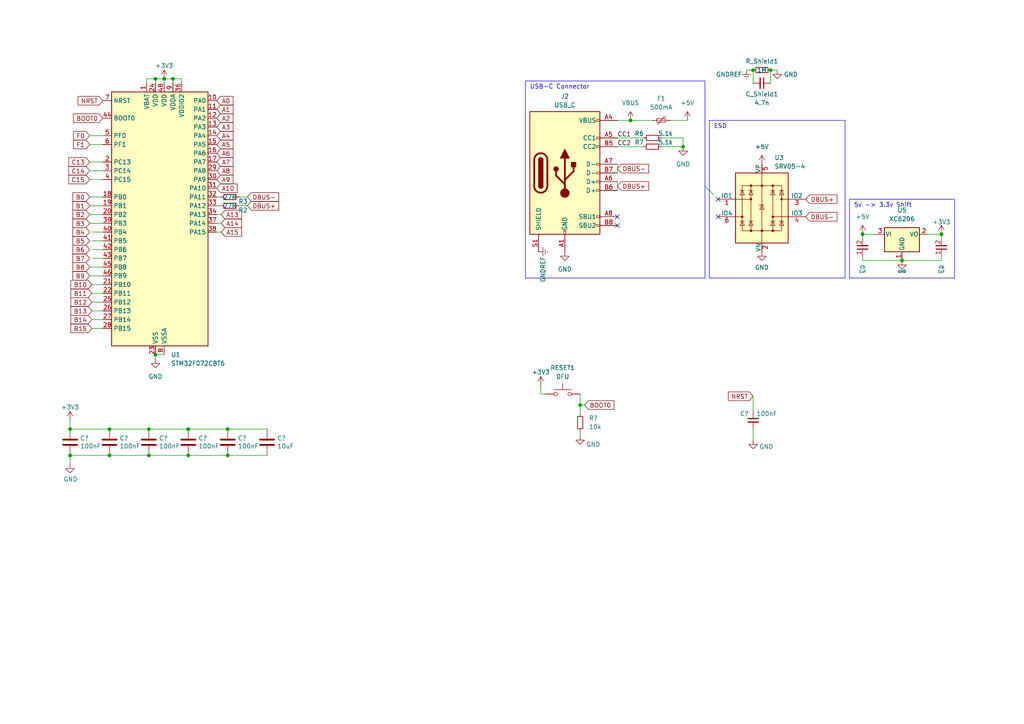
<source format=kicad_sch>
(kicad_sch (version 20230121) (generator eeschema)

  (uuid a8a8dc61-ccc5-4536-bd20-d2ce44b9c06c)

  (paper "A4")

  (lib_symbols
    (symbol "C_Small_2" (pin_names (offset 0.254) hide) (in_bom yes) (on_board yes)
      (property "Reference" "C" (at 0.254 1.778 0)
        (effects (font (size 1.27 1.27)) (justify left))
      )
      (property "Value" "C_Small" (at 0.254 -2.032 0)
        (effects (font (size 1.27 1.27)) (justify left))
      )
      (property "Footprint" "" (at 0 0 0)
        (effects (font (size 1.27 1.27)) hide)
      )
      (property "Datasheet" "~" (at 0 0 0)
        (effects (font (size 1.27 1.27)) hide)
      )
      (property "ki_keywords" "capacitor cap" (at 0 0 0)
        (effects (font (size 1.27 1.27)) hide)
      )
      (property "ki_description" "Unpolarized capacitor, small symbol" (at 0 0 0)
        (effects (font (size 1.27 1.27)) hide)
      )
      (property "ki_fp_filters" "C_*" (at 0 0 0)
        (effects (font (size 1.27 1.27)) hide)
      )
      (symbol "C_Small_2_0_1"
        (polyline
          (pts
            (xy -1.524 -0.508)
            (xy 1.524 -0.508)
          )
          (stroke (width 0.3302) (type default))
          (fill (type none))
        )
        (polyline
          (pts
            (xy -1.524 0.508)
            (xy 1.524 0.508)
          )
          (stroke (width 0.3048) (type default))
          (fill (type none))
        )
      )
      (symbol "C_Small_2_1_1"
        (pin passive line (at 0 2.54 270) (length 2.032)
          (name "~" (effects (font (size 1.27 1.27))))
          (number "1" (effects (font (size 1.27 1.27))))
        )
        (pin passive line (at 0 -2.54 90) (length 2.032)
          (name "~" (effects (font (size 1.27 1.27))))
          (number "2" (effects (font (size 1.27 1.27))))
        )
      )
    )
    (symbol "C_Small_4" (pin_names (offset 0.254) hide) (in_bom yes) (on_board yes)
      (property "Reference" "C" (at 0.254 1.778 0)
        (effects (font (size 1.27 1.27)) (justify left))
      )
      (property "Value" "C_Small" (at 0.254 -2.032 0)
        (effects (font (size 1.27 1.27)) (justify left))
      )
      (property "Footprint" "" (at 0 0 0)
        (effects (font (size 1.27 1.27)) hide)
      )
      (property "Datasheet" "~" (at 0 0 0)
        (effects (font (size 1.27 1.27)) hide)
      )
      (property "ki_keywords" "capacitor cap" (at 0 0 0)
        (effects (font (size 1.27 1.27)) hide)
      )
      (property "ki_description" "Unpolarized capacitor, small symbol" (at 0 0 0)
        (effects (font (size 1.27 1.27)) hide)
      )
      (property "ki_fp_filters" "C_*" (at 0 0 0)
        (effects (font (size 1.27 1.27)) hide)
      )
      (symbol "C_Small_4_0_1"
        (polyline
          (pts
            (xy -1.524 -0.508)
            (xy 1.524 -0.508)
          )
          (stroke (width 0.3302) (type default))
          (fill (type none))
        )
        (polyline
          (pts
            (xy -1.524 0.508)
            (xy 1.524 0.508)
          )
          (stroke (width 0.3048) (type default))
          (fill (type none))
        )
      )
      (symbol "C_Small_4_1_1"
        (pin passive line (at 0 2.54 270) (length 2.032)
          (name "~" (effects (font (size 1.27 1.27))))
          (number "1" (effects (font (size 1.27 1.27))))
        )
        (pin passive line (at 0 -2.54 90) (length 2.032)
          (name "~" (effects (font (size 1.27 1.27))))
          (number "2" (effects (font (size 1.27 1.27))))
        )
      )
    )
    (symbol "Connector:USB_C_Receptacle_USB2.0" (pin_names (offset 1.016)) (in_bom yes) (on_board yes)
      (property "Reference" "J" (at -10.16 19.05 0)
        (effects (font (size 1.27 1.27)) (justify left))
      )
      (property "Value" "USB_C_Receptacle_USB2.0" (at 19.05 19.05 0)
        (effects (font (size 1.27 1.27)) (justify right))
      )
      (property "Footprint" "" (at 3.81 0 0)
        (effects (font (size 1.27 1.27)) hide)
      )
      (property "Datasheet" "https://www.usb.org/sites/default/files/documents/usb_type-c.zip" (at 3.81 0 0)
        (effects (font (size 1.27 1.27)) hide)
      )
      (property "ki_keywords" "usb universal serial bus type-C USB2.0" (at 0 0 0)
        (effects (font (size 1.27 1.27)) hide)
      )
      (property "ki_description" "USB 2.0-only Type-C Receptacle connector" (at 0 0 0)
        (effects (font (size 1.27 1.27)) hide)
      )
      (property "ki_fp_filters" "USB*C*Receptacle*" (at 0 0 0)
        (effects (font (size 1.27 1.27)) hide)
      )
      (symbol "USB_C_Receptacle_USB2.0_0_0"
        (rectangle (start -0.254 -17.78) (end 0.254 -16.764)
          (stroke (width 0) (type default))
          (fill (type none))
        )
        (rectangle (start 10.16 -14.986) (end 9.144 -15.494)
          (stroke (width 0) (type default))
          (fill (type none))
        )
        (rectangle (start 10.16 -12.446) (end 9.144 -12.954)
          (stroke (width 0) (type default))
          (fill (type none))
        )
        (rectangle (start 10.16 -4.826) (end 9.144 -5.334)
          (stroke (width 0) (type default))
          (fill (type none))
        )
        (rectangle (start 10.16 -2.286) (end 9.144 -2.794)
          (stroke (width 0) (type default))
          (fill (type none))
        )
        (rectangle (start 10.16 0.254) (end 9.144 -0.254)
          (stroke (width 0) (type default))
          (fill (type none))
        )
        (rectangle (start 10.16 2.794) (end 9.144 2.286)
          (stroke (width 0) (type default))
          (fill (type none))
        )
        (rectangle (start 10.16 7.874) (end 9.144 7.366)
          (stroke (width 0) (type default))
          (fill (type none))
        )
        (rectangle (start 10.16 10.414) (end 9.144 9.906)
          (stroke (width 0) (type default))
          (fill (type none))
        )
        (rectangle (start 10.16 15.494) (end 9.144 14.986)
          (stroke (width 0) (type default))
          (fill (type none))
        )
      )
      (symbol "USB_C_Receptacle_USB2.0_0_1"
        (rectangle (start -10.16 17.78) (end 10.16 -17.78)
          (stroke (width 0.254) (type default))
          (fill (type background))
        )
        (arc (start -8.89 -3.81) (mid -6.985 -5.7067) (end -5.08 -3.81)
          (stroke (width 0.508) (type default))
          (fill (type none))
        )
        (arc (start -7.62 -3.81) (mid -6.985 -4.4423) (end -6.35 -3.81)
          (stroke (width 0.254) (type default))
          (fill (type none))
        )
        (arc (start -7.62 -3.81) (mid -6.985 -4.4423) (end -6.35 -3.81)
          (stroke (width 0.254) (type default))
          (fill (type outline))
        )
        (rectangle (start -7.62 -3.81) (end -6.35 3.81)
          (stroke (width 0.254) (type default))
          (fill (type outline))
        )
        (arc (start -6.35 3.81) (mid -6.985 4.4423) (end -7.62 3.81)
          (stroke (width 0.254) (type default))
          (fill (type none))
        )
        (arc (start -6.35 3.81) (mid -6.985 4.4423) (end -7.62 3.81)
          (stroke (width 0.254) (type default))
          (fill (type outline))
        )
        (arc (start -5.08 3.81) (mid -6.985 5.7067) (end -8.89 3.81)
          (stroke (width 0.508) (type default))
          (fill (type none))
        )
        (circle (center -2.54 1.143) (radius 0.635)
          (stroke (width 0.254) (type default))
          (fill (type outline))
        )
        (circle (center 0 -5.842) (radius 1.27)
          (stroke (width 0) (type default))
          (fill (type outline))
        )
        (polyline
          (pts
            (xy -8.89 -3.81)
            (xy -8.89 3.81)
          )
          (stroke (width 0.508) (type default))
          (fill (type none))
        )
        (polyline
          (pts
            (xy -5.08 3.81)
            (xy -5.08 -3.81)
          )
          (stroke (width 0.508) (type default))
          (fill (type none))
        )
        (polyline
          (pts
            (xy 0 -5.842)
            (xy 0 4.318)
          )
          (stroke (width 0.508) (type default))
          (fill (type none))
        )
        (polyline
          (pts
            (xy 0 -3.302)
            (xy -2.54 -0.762)
            (xy -2.54 0.508)
          )
          (stroke (width 0.508) (type default))
          (fill (type none))
        )
        (polyline
          (pts
            (xy 0 -2.032)
            (xy 2.54 0.508)
            (xy 2.54 1.778)
          )
          (stroke (width 0.508) (type default))
          (fill (type none))
        )
        (polyline
          (pts
            (xy -1.27 4.318)
            (xy 0 6.858)
            (xy 1.27 4.318)
            (xy -1.27 4.318)
          )
          (stroke (width 0.254) (type default))
          (fill (type outline))
        )
        (rectangle (start 1.905 1.778) (end 3.175 3.048)
          (stroke (width 0.254) (type default))
          (fill (type outline))
        )
      )
      (symbol "USB_C_Receptacle_USB2.0_1_1"
        (pin passive line (at 0 -22.86 90) (length 5.08)
          (name "GND" (effects (font (size 1.27 1.27))))
          (number "A1" (effects (font (size 1.27 1.27))))
        )
        (pin passive line (at 0 -22.86 90) (length 5.08) hide
          (name "GND" (effects (font (size 1.27 1.27))))
          (number "A12" (effects (font (size 1.27 1.27))))
        )
        (pin passive line (at 15.24 15.24 180) (length 5.08)
          (name "VBUS" (effects (font (size 1.27 1.27))))
          (number "A4" (effects (font (size 1.27 1.27))))
        )
        (pin bidirectional line (at 15.24 10.16 180) (length 5.08)
          (name "CC1" (effects (font (size 1.27 1.27))))
          (number "A5" (effects (font (size 1.27 1.27))))
        )
        (pin bidirectional line (at 15.24 -2.54 180) (length 5.08)
          (name "D+" (effects (font (size 1.27 1.27))))
          (number "A6" (effects (font (size 1.27 1.27))))
        )
        (pin bidirectional line (at 15.24 2.54 180) (length 5.08)
          (name "D-" (effects (font (size 1.27 1.27))))
          (number "A7" (effects (font (size 1.27 1.27))))
        )
        (pin bidirectional line (at 15.24 -12.7 180) (length 5.08)
          (name "SBU1" (effects (font (size 1.27 1.27))))
          (number "A8" (effects (font (size 1.27 1.27))))
        )
        (pin passive line (at 15.24 15.24 180) (length 5.08) hide
          (name "VBUS" (effects (font (size 1.27 1.27))))
          (number "A9" (effects (font (size 1.27 1.27))))
        )
        (pin passive line (at 0 -22.86 90) (length 5.08) hide
          (name "GND" (effects (font (size 1.27 1.27))))
          (number "B1" (effects (font (size 1.27 1.27))))
        )
        (pin passive line (at 0 -22.86 90) (length 5.08) hide
          (name "GND" (effects (font (size 1.27 1.27))))
          (number "B12" (effects (font (size 1.27 1.27))))
        )
        (pin passive line (at 15.24 15.24 180) (length 5.08) hide
          (name "VBUS" (effects (font (size 1.27 1.27))))
          (number "B4" (effects (font (size 1.27 1.27))))
        )
        (pin bidirectional line (at 15.24 7.62 180) (length 5.08)
          (name "CC2" (effects (font (size 1.27 1.27))))
          (number "B5" (effects (font (size 1.27 1.27))))
        )
        (pin bidirectional line (at 15.24 -5.08 180) (length 5.08)
          (name "D+" (effects (font (size 1.27 1.27))))
          (number "B6" (effects (font (size 1.27 1.27))))
        )
        (pin bidirectional line (at 15.24 0 180) (length 5.08)
          (name "D-" (effects (font (size 1.27 1.27))))
          (number "B7" (effects (font (size 1.27 1.27))))
        )
        (pin bidirectional line (at 15.24 -15.24 180) (length 5.08)
          (name "SBU2" (effects (font (size 1.27 1.27))))
          (number "B8" (effects (font (size 1.27 1.27))))
        )
        (pin passive line (at 15.24 15.24 180) (length 5.08) hide
          (name "VBUS" (effects (font (size 1.27 1.27))))
          (number "B9" (effects (font (size 1.27 1.27))))
        )
        (pin passive line (at -7.62 -22.86 90) (length 5.08)
          (name "SHIELD" (effects (font (size 1.27 1.27))))
          (number "S1" (effects (font (size 1.27 1.27))))
        )
      )
    )
    (symbol "Device:C" (pin_numbers hide) (pin_names (offset 0.254)) (in_bom yes) (on_board yes)
      (property "Reference" "C" (at 0.635 2.54 0)
        (effects (font (size 1.27 1.27)) (justify left))
      )
      (property "Value" "C" (at 0.635 -2.54 0)
        (effects (font (size 1.27 1.27)) (justify left))
      )
      (property "Footprint" "" (at 0.9652 -3.81 0)
        (effects (font (size 1.27 1.27)) hide)
      )
      (property "Datasheet" "~" (at 0 0 0)
        (effects (font (size 1.27 1.27)) hide)
      )
      (property "ki_keywords" "cap capacitor" (at 0 0 0)
        (effects (font (size 1.27 1.27)) hide)
      )
      (property "ki_description" "Unpolarized capacitor" (at 0 0 0)
        (effects (font (size 1.27 1.27)) hide)
      )
      (property "ki_fp_filters" "C_*" (at 0 0 0)
        (effects (font (size 1.27 1.27)) hide)
      )
      (symbol "C_0_1"
        (polyline
          (pts
            (xy -2.032 -0.762)
            (xy 2.032 -0.762)
          )
          (stroke (width 0.508) (type default))
          (fill (type none))
        )
        (polyline
          (pts
            (xy -2.032 0.762)
            (xy 2.032 0.762)
          )
          (stroke (width 0.508) (type default))
          (fill (type none))
        )
      )
      (symbol "C_1_1"
        (pin passive line (at 0 3.81 270) (length 2.794)
          (name "~" (effects (font (size 1.27 1.27))))
          (number "1" (effects (font (size 1.27 1.27))))
        )
        (pin passive line (at 0 -3.81 90) (length 2.794)
          (name "~" (effects (font (size 1.27 1.27))))
          (number "2" (effects (font (size 1.27 1.27))))
        )
      )
    )
    (symbol "Device:C_Small" (pin_numbers hide) (pin_names (offset 0.254) hide) (in_bom yes) (on_board yes)
      (property "Reference" "C" (at 0.254 1.778 0)
        (effects (font (size 1.27 1.27)) (justify left))
      )
      (property "Value" "C_Small" (at 0.254 -2.032 0)
        (effects (font (size 1.27 1.27)) (justify left))
      )
      (property "Footprint" "" (at 0 0 0)
        (effects (font (size 1.27 1.27)) hide)
      )
      (property "Datasheet" "~" (at 0 0 0)
        (effects (font (size 1.27 1.27)) hide)
      )
      (property "ki_keywords" "capacitor cap" (at 0 0 0)
        (effects (font (size 1.27 1.27)) hide)
      )
      (property "ki_description" "Unpolarized capacitor, small symbol" (at 0 0 0)
        (effects (font (size 1.27 1.27)) hide)
      )
      (property "ki_fp_filters" "C_*" (at 0 0 0)
        (effects (font (size 1.27 1.27)) hide)
      )
      (symbol "C_Small_0_1"
        (polyline
          (pts
            (xy -1.524 -0.508)
            (xy 1.524 -0.508)
          )
          (stroke (width 0.3302) (type default))
          (fill (type none))
        )
        (polyline
          (pts
            (xy -1.524 0.508)
            (xy 1.524 0.508)
          )
          (stroke (width 0.3048) (type default))
          (fill (type none))
        )
      )
      (symbol "C_Small_1_1"
        (pin passive line (at 0 2.54 270) (length 2.032)
          (name "~" (effects (font (size 1.27 1.27))))
          (number "1" (effects (font (size 1.27 1.27))))
        )
        (pin passive line (at 0 -2.54 90) (length 2.032)
          (name "~" (effects (font (size 1.27 1.27))))
          (number "2" (effects (font (size 1.27 1.27))))
        )
      )
    )
    (symbol "Device:Polyfuse_Small" (pin_numbers hide) (pin_names (offset 0)) (in_bom yes) (on_board yes)
      (property "Reference" "F" (at -1.905 0 90)
        (effects (font (size 1.27 1.27)))
      )
      (property "Value" "Polyfuse_Small" (at 1.905 0 90)
        (effects (font (size 1.27 1.27)))
      )
      (property "Footprint" "" (at 1.27 -5.08 0)
        (effects (font (size 1.27 1.27)) (justify left) hide)
      )
      (property "Datasheet" "~" (at 0 0 0)
        (effects (font (size 1.27 1.27)) hide)
      )
      (property "ki_keywords" "resettable fuse PTC PPTC polyfuse polyswitch" (at 0 0 0)
        (effects (font (size 1.27 1.27)) hide)
      )
      (property "ki_description" "Resettable fuse, polymeric positive temperature coefficient, small symbol" (at 0 0 0)
        (effects (font (size 1.27 1.27)) hide)
      )
      (property "ki_fp_filters" "*polyfuse* *PTC*" (at 0 0 0)
        (effects (font (size 1.27 1.27)) hide)
      )
      (symbol "Polyfuse_Small_0_1"
        (rectangle (start -0.508 1.27) (end 0.508 -1.27)
          (stroke (width 0) (type default))
          (fill (type none))
        )
        (polyline
          (pts
            (xy 0 2.54)
            (xy 0 -2.54)
          )
          (stroke (width 0) (type default))
          (fill (type none))
        )
        (polyline
          (pts
            (xy -1.016 1.27)
            (xy -1.016 0.762)
            (xy 1.016 -0.762)
            (xy 1.016 -1.27)
          )
          (stroke (width 0) (type default))
          (fill (type none))
        )
      )
      (symbol "Polyfuse_Small_1_1"
        (pin passive line (at 0 2.54 270) (length 0.635)
          (name "~" (effects (font (size 1.27 1.27))))
          (number "1" (effects (font (size 1.27 1.27))))
        )
        (pin passive line (at 0 -2.54 90) (length 0.635)
          (name "~" (effects (font (size 1.27 1.27))))
          (number "2" (effects (font (size 1.27 1.27))))
        )
      )
    )
    (symbol "Device:R_Small" (pin_numbers hide) (pin_names (offset 0.254) hide) (in_bom yes) (on_board yes)
      (property "Reference" "R" (at 0.762 0.508 0)
        (effects (font (size 1.27 1.27)) (justify left))
      )
      (property "Value" "R_Small" (at 0.762 -1.016 0)
        (effects (font (size 1.27 1.27)) (justify left))
      )
      (property "Footprint" "" (at 0 0 0)
        (effects (font (size 1.27 1.27)) hide)
      )
      (property "Datasheet" "~" (at 0 0 0)
        (effects (font (size 1.27 1.27)) hide)
      )
      (property "ki_keywords" "R resistor" (at 0 0 0)
        (effects (font (size 1.27 1.27)) hide)
      )
      (property "ki_description" "Resistor, small symbol" (at 0 0 0)
        (effects (font (size 1.27 1.27)) hide)
      )
      (property "ki_fp_filters" "R_*" (at 0 0 0)
        (effects (font (size 1.27 1.27)) hide)
      )
      (symbol "R_Small_0_1"
        (rectangle (start -0.762 1.778) (end 0.762 -1.778)
          (stroke (width 0.2032) (type default))
          (fill (type none))
        )
      )
      (symbol "R_Small_1_1"
        (pin passive line (at 0 2.54 270) (length 0.762)
          (name "~" (effects (font (size 1.27 1.27))))
          (number "1" (effects (font (size 1.27 1.27))))
        )
        (pin passive line (at 0 -2.54 90) (length 0.762)
          (name "~" (effects (font (size 1.27 1.27))))
          (number "2" (effects (font (size 1.27 1.27))))
        )
      )
    )
    (symbol "MCU_ST_STM32F0:STM32F072CBTx" (in_bom yes) (on_board yes)
      (property "Reference" "U" (at -12.7 39.37 0)
        (effects (font (size 1.27 1.27)) (justify left))
      )
      (property "Value" "STM32F072CBTx" (at 10.16 39.37 0)
        (effects (font (size 1.27 1.27)) (justify left))
      )
      (property "Footprint" "Package_QFP:LQFP-48_7x7mm_P0.5mm" (at -12.7 -35.56 0)
        (effects (font (size 1.27 1.27)) (justify right) hide)
      )
      (property "Datasheet" "https://www.st.com/resource/en/datasheet/stm32f072cb.pdf" (at 0 0 0)
        (effects (font (size 1.27 1.27)) hide)
      )
      (property "ki_locked" "" (at 0 0 0)
        (effects (font (size 1.27 1.27)))
      )
      (property "ki_keywords" "Arm Cortex-M0 STM32F0 STM32F0x2" (at 0 0 0)
        (effects (font (size 1.27 1.27)) hide)
      )
      (property "ki_description" "STMicroelectronics Arm Cortex-M0 MCU, 128KB flash, 16KB RAM, 48 MHz, 2.0-3.6V, 37 GPIO, LQFP48" (at 0 0 0)
        (effects (font (size 1.27 1.27)) hide)
      )
      (property "ki_fp_filters" "LQFP*7x7mm*P0.5mm*" (at 0 0 0)
        (effects (font (size 1.27 1.27)) hide)
      )
      (symbol "STM32F072CBTx_0_1"
        (rectangle (start -12.7 -35.56) (end 15.24 38.1)
          (stroke (width 0.254) (type default))
          (fill (type background))
        )
      )
      (symbol "STM32F072CBTx_1_1"
        (pin power_in line (at -2.54 40.64 270) (length 2.54)
          (name "VBAT" (effects (font (size 1.27 1.27))))
          (number "1" (effects (font (size 1.27 1.27))))
        )
        (pin bidirectional line (at 17.78 35.56 180) (length 2.54)
          (name "PA0" (effects (font (size 1.27 1.27))))
          (number "10" (effects (font (size 1.27 1.27))))
          (alternate "ADC_IN0" bidirectional line)
          (alternate "COMP1_INM" bidirectional line)
          (alternate "COMP1_OUT" bidirectional line)
          (alternate "RTC_TAMP2" bidirectional line)
          (alternate "SYS_WKUP1" bidirectional line)
          (alternate "TIM2_CH1" bidirectional line)
          (alternate "TIM2_ETR" bidirectional line)
          (alternate "TSC_G1_IO1" bidirectional line)
          (alternate "USART2_CTS" bidirectional line)
          (alternate "USART4_TX" bidirectional line)
        )
        (pin bidirectional line (at 17.78 33.02 180) (length 2.54)
          (name "PA1" (effects (font (size 1.27 1.27))))
          (number "11" (effects (font (size 1.27 1.27))))
          (alternate "ADC_IN1" bidirectional line)
          (alternate "COMP1_INP" bidirectional line)
          (alternate "TIM15_CH1N" bidirectional line)
          (alternate "TIM2_CH2" bidirectional line)
          (alternate "TSC_G1_IO2" bidirectional line)
          (alternate "USART2_DE" bidirectional line)
          (alternate "USART2_RTS" bidirectional line)
          (alternate "USART4_RX" bidirectional line)
        )
        (pin bidirectional line (at 17.78 30.48 180) (length 2.54)
          (name "PA2" (effects (font (size 1.27 1.27))))
          (number "12" (effects (font (size 1.27 1.27))))
          (alternate "ADC_IN2" bidirectional line)
          (alternate "COMP2_INM" bidirectional line)
          (alternate "COMP2_OUT" bidirectional line)
          (alternate "SYS_WKUP4" bidirectional line)
          (alternate "TIM15_CH1" bidirectional line)
          (alternate "TIM2_CH3" bidirectional line)
          (alternate "TSC_G1_IO3" bidirectional line)
          (alternate "USART2_TX" bidirectional line)
        )
        (pin bidirectional line (at 17.78 27.94 180) (length 2.54)
          (name "PA3" (effects (font (size 1.27 1.27))))
          (number "13" (effects (font (size 1.27 1.27))))
          (alternate "ADC_IN3" bidirectional line)
          (alternate "COMP2_INP" bidirectional line)
          (alternate "TIM15_CH2" bidirectional line)
          (alternate "TIM2_CH4" bidirectional line)
          (alternate "TSC_G1_IO4" bidirectional line)
          (alternate "USART2_RX" bidirectional line)
        )
        (pin bidirectional line (at 17.78 25.4 180) (length 2.54)
          (name "PA4" (effects (font (size 1.27 1.27))))
          (number "14" (effects (font (size 1.27 1.27))))
          (alternate "ADC_IN4" bidirectional line)
          (alternate "COMP1_INM" bidirectional line)
          (alternate "COMP2_INM" bidirectional line)
          (alternate "DAC_OUT1" bidirectional line)
          (alternate "I2S1_WS" bidirectional line)
          (alternate "SPI1_NSS" bidirectional line)
          (alternate "TIM14_CH1" bidirectional line)
          (alternate "TSC_G2_IO1" bidirectional line)
          (alternate "USART2_CK" bidirectional line)
        )
        (pin bidirectional line (at 17.78 22.86 180) (length 2.54)
          (name "PA5" (effects (font (size 1.27 1.27))))
          (number "15" (effects (font (size 1.27 1.27))))
          (alternate "ADC_IN5" bidirectional line)
          (alternate "CEC" bidirectional line)
          (alternate "COMP1_INM" bidirectional line)
          (alternate "COMP2_INM" bidirectional line)
          (alternate "DAC_OUT2" bidirectional line)
          (alternate "I2S1_CK" bidirectional line)
          (alternate "SPI1_SCK" bidirectional line)
          (alternate "TIM2_CH1" bidirectional line)
          (alternate "TIM2_ETR" bidirectional line)
          (alternate "TSC_G2_IO2" bidirectional line)
        )
        (pin bidirectional line (at 17.78 20.32 180) (length 2.54)
          (name "PA6" (effects (font (size 1.27 1.27))))
          (number "16" (effects (font (size 1.27 1.27))))
          (alternate "ADC_IN6" bidirectional line)
          (alternate "COMP1_OUT" bidirectional line)
          (alternate "I2S1_MCK" bidirectional line)
          (alternate "SPI1_MISO" bidirectional line)
          (alternate "TIM16_CH1" bidirectional line)
          (alternate "TIM1_BKIN" bidirectional line)
          (alternate "TIM3_CH1" bidirectional line)
          (alternate "TSC_G2_IO3" bidirectional line)
          (alternate "USART3_CTS" bidirectional line)
        )
        (pin bidirectional line (at 17.78 17.78 180) (length 2.54)
          (name "PA7" (effects (font (size 1.27 1.27))))
          (number "17" (effects (font (size 1.27 1.27))))
          (alternate "ADC_IN7" bidirectional line)
          (alternate "COMP2_OUT" bidirectional line)
          (alternate "I2S1_SD" bidirectional line)
          (alternate "SPI1_MOSI" bidirectional line)
          (alternate "TIM14_CH1" bidirectional line)
          (alternate "TIM17_CH1" bidirectional line)
          (alternate "TIM1_CH1N" bidirectional line)
          (alternate "TIM3_CH2" bidirectional line)
          (alternate "TSC_G2_IO4" bidirectional line)
        )
        (pin bidirectional line (at -15.24 7.62 0) (length 2.54)
          (name "PB0" (effects (font (size 1.27 1.27))))
          (number "18" (effects (font (size 1.27 1.27))))
          (alternate "ADC_IN8" bidirectional line)
          (alternate "TIM1_CH2N" bidirectional line)
          (alternate "TIM3_CH3" bidirectional line)
          (alternate "TSC_G3_IO2" bidirectional line)
          (alternate "USART3_CK" bidirectional line)
        )
        (pin bidirectional line (at -15.24 5.08 0) (length 2.54)
          (name "PB1" (effects (font (size 1.27 1.27))))
          (number "19" (effects (font (size 1.27 1.27))))
          (alternate "ADC_IN9" bidirectional line)
          (alternate "TIM14_CH1" bidirectional line)
          (alternate "TIM1_CH3N" bidirectional line)
          (alternate "TIM3_CH4" bidirectional line)
          (alternate "TSC_G3_IO3" bidirectional line)
          (alternate "USART3_DE" bidirectional line)
          (alternate "USART3_RTS" bidirectional line)
        )
        (pin bidirectional line (at -15.24 17.78 0) (length 2.54)
          (name "PC13" (effects (font (size 1.27 1.27))))
          (number "2" (effects (font (size 1.27 1.27))))
          (alternate "RTC_OUT_ALARM" bidirectional line)
          (alternate "RTC_OUT_CALIB" bidirectional line)
          (alternate "RTC_TAMP1" bidirectional line)
          (alternate "RTC_TS" bidirectional line)
          (alternate "SYS_WKUP2" bidirectional line)
        )
        (pin bidirectional line (at -15.24 2.54 0) (length 2.54)
          (name "PB2" (effects (font (size 1.27 1.27))))
          (number "20" (effects (font (size 1.27 1.27))))
          (alternate "TSC_G3_IO4" bidirectional line)
        )
        (pin bidirectional line (at -15.24 -17.78 0) (length 2.54)
          (name "PB10" (effects (font (size 1.27 1.27))))
          (number "21" (effects (font (size 1.27 1.27))))
          (alternate "CEC" bidirectional line)
          (alternate "I2C2_SCL" bidirectional line)
          (alternate "I2S2_CK" bidirectional line)
          (alternate "SPI2_SCK" bidirectional line)
          (alternate "TIM2_CH3" bidirectional line)
          (alternate "TSC_SYNC" bidirectional line)
          (alternate "USART3_TX" bidirectional line)
        )
        (pin bidirectional line (at -15.24 -20.32 0) (length 2.54)
          (name "PB11" (effects (font (size 1.27 1.27))))
          (number "22" (effects (font (size 1.27 1.27))))
          (alternate "I2C2_SDA" bidirectional line)
          (alternate "TIM2_CH4" bidirectional line)
          (alternate "TSC_G6_IO1" bidirectional line)
          (alternate "USART3_RX" bidirectional line)
        )
        (pin power_in line (at 0 -38.1 90) (length 2.54)
          (name "VSS" (effects (font (size 1.27 1.27))))
          (number "23" (effects (font (size 1.27 1.27))))
        )
        (pin power_in line (at 0 40.64 270) (length 2.54)
          (name "VDD" (effects (font (size 1.27 1.27))))
          (number "24" (effects (font (size 1.27 1.27))))
        )
        (pin bidirectional line (at -15.24 -22.86 0) (length 2.54)
          (name "PB12" (effects (font (size 1.27 1.27))))
          (number "25" (effects (font (size 1.27 1.27))))
          (alternate "I2S2_WS" bidirectional line)
          (alternate "SPI2_NSS" bidirectional line)
          (alternate "TIM15_BKIN" bidirectional line)
          (alternate "TIM1_BKIN" bidirectional line)
          (alternate "TSC_G6_IO2" bidirectional line)
          (alternate "USART3_CK" bidirectional line)
        )
        (pin bidirectional line (at -15.24 -25.4 0) (length 2.54)
          (name "PB13" (effects (font (size 1.27 1.27))))
          (number "26" (effects (font (size 1.27 1.27))))
          (alternate "I2C2_SCL" bidirectional line)
          (alternate "I2S2_CK" bidirectional line)
          (alternate "SPI2_SCK" bidirectional line)
          (alternate "TIM1_CH1N" bidirectional line)
          (alternate "TSC_G6_IO3" bidirectional line)
          (alternate "USART3_CTS" bidirectional line)
        )
        (pin bidirectional line (at -15.24 -27.94 0) (length 2.54)
          (name "PB14" (effects (font (size 1.27 1.27))))
          (number "27" (effects (font (size 1.27 1.27))))
          (alternate "I2C2_SDA" bidirectional line)
          (alternate "I2S2_MCK" bidirectional line)
          (alternate "SPI2_MISO" bidirectional line)
          (alternate "TIM15_CH1" bidirectional line)
          (alternate "TIM1_CH2N" bidirectional line)
          (alternate "TSC_G6_IO4" bidirectional line)
          (alternate "USART3_DE" bidirectional line)
          (alternate "USART3_RTS" bidirectional line)
        )
        (pin bidirectional line (at -15.24 -30.48 0) (length 2.54)
          (name "PB15" (effects (font (size 1.27 1.27))))
          (number "28" (effects (font (size 1.27 1.27))))
          (alternate "I2S2_SD" bidirectional line)
          (alternate "RTC_REFIN" bidirectional line)
          (alternate "SPI2_MOSI" bidirectional line)
          (alternate "SYS_WKUP7" bidirectional line)
          (alternate "TIM15_CH1N" bidirectional line)
          (alternate "TIM15_CH2" bidirectional line)
          (alternate "TIM1_CH3N" bidirectional line)
        )
        (pin bidirectional line (at 17.78 15.24 180) (length 2.54)
          (name "PA8" (effects (font (size 1.27 1.27))))
          (number "29" (effects (font (size 1.27 1.27))))
          (alternate "CRS_SYNC" bidirectional line)
          (alternate "RCC_MCO" bidirectional line)
          (alternate "TIM1_CH1" bidirectional line)
          (alternate "USART1_CK" bidirectional line)
        )
        (pin bidirectional line (at -15.24 15.24 0) (length 2.54)
          (name "PC14" (effects (font (size 1.27 1.27))))
          (number "3" (effects (font (size 1.27 1.27))))
          (alternate "RCC_OSC32_IN" bidirectional line)
        )
        (pin bidirectional line (at 17.78 12.7 180) (length 2.54)
          (name "PA9" (effects (font (size 1.27 1.27))))
          (number "30" (effects (font (size 1.27 1.27))))
          (alternate "DAC_EXTI9" bidirectional line)
          (alternate "TIM15_BKIN" bidirectional line)
          (alternate "TIM1_CH2" bidirectional line)
          (alternate "TSC_G4_IO1" bidirectional line)
          (alternate "USART1_TX" bidirectional line)
        )
        (pin bidirectional line (at 17.78 10.16 180) (length 2.54)
          (name "PA10" (effects (font (size 1.27 1.27))))
          (number "31" (effects (font (size 1.27 1.27))))
          (alternate "TIM17_BKIN" bidirectional line)
          (alternate "TIM1_CH3" bidirectional line)
          (alternate "TSC_G4_IO2" bidirectional line)
          (alternate "USART1_RX" bidirectional line)
        )
        (pin bidirectional line (at 17.78 7.62 180) (length 2.54)
          (name "PA11" (effects (font (size 1.27 1.27))))
          (number "32" (effects (font (size 1.27 1.27))))
          (alternate "CAN_RX" bidirectional line)
          (alternate "COMP1_OUT" bidirectional line)
          (alternate "TIM1_CH4" bidirectional line)
          (alternate "TSC_G4_IO3" bidirectional line)
          (alternate "USART1_CTS" bidirectional line)
          (alternate "USB_DM" bidirectional line)
        )
        (pin bidirectional line (at 17.78 5.08 180) (length 2.54)
          (name "PA12" (effects (font (size 1.27 1.27))))
          (number "33" (effects (font (size 1.27 1.27))))
          (alternate "CAN_TX" bidirectional line)
          (alternate "COMP2_OUT" bidirectional line)
          (alternate "TIM1_ETR" bidirectional line)
          (alternate "TSC_G4_IO4" bidirectional line)
          (alternate "USART1_DE" bidirectional line)
          (alternate "USART1_RTS" bidirectional line)
          (alternate "USB_DP" bidirectional line)
        )
        (pin bidirectional line (at 17.78 2.54 180) (length 2.54)
          (name "PA13" (effects (font (size 1.27 1.27))))
          (number "34" (effects (font (size 1.27 1.27))))
          (alternate "IR_OUT" bidirectional line)
          (alternate "SYS_SWDIO" bidirectional line)
          (alternate "USB_NOE" bidirectional line)
        )
        (pin passive line (at 0 -38.1 90) (length 2.54) hide
          (name "VSS" (effects (font (size 1.27 1.27))))
          (number "35" (effects (font (size 1.27 1.27))))
        )
        (pin power_in line (at 7.62 40.64 270) (length 2.54)
          (name "VDDIO2" (effects (font (size 1.27 1.27))))
          (number "36" (effects (font (size 1.27 1.27))))
        )
        (pin bidirectional line (at 17.78 0 180) (length 2.54)
          (name "PA14" (effects (font (size 1.27 1.27))))
          (number "37" (effects (font (size 1.27 1.27))))
          (alternate "SYS_SWCLK" bidirectional line)
          (alternate "USART2_TX" bidirectional line)
        )
        (pin bidirectional line (at 17.78 -2.54 180) (length 2.54)
          (name "PA15" (effects (font (size 1.27 1.27))))
          (number "38" (effects (font (size 1.27 1.27))))
          (alternate "I2S1_WS" bidirectional line)
          (alternate "SPI1_NSS" bidirectional line)
          (alternate "TIM2_CH1" bidirectional line)
          (alternate "TIM2_ETR" bidirectional line)
          (alternate "USART2_RX" bidirectional line)
          (alternate "USART4_DE" bidirectional line)
          (alternate "USART4_RTS" bidirectional line)
        )
        (pin bidirectional line (at -15.24 0 0) (length 2.54)
          (name "PB3" (effects (font (size 1.27 1.27))))
          (number "39" (effects (font (size 1.27 1.27))))
          (alternate "I2S1_CK" bidirectional line)
          (alternate "SPI1_SCK" bidirectional line)
          (alternate "TIM2_CH2" bidirectional line)
          (alternate "TSC_G5_IO1" bidirectional line)
        )
        (pin bidirectional line (at -15.24 12.7 0) (length 2.54)
          (name "PC15" (effects (font (size 1.27 1.27))))
          (number "4" (effects (font (size 1.27 1.27))))
          (alternate "RCC_OSC32_OUT" bidirectional line)
        )
        (pin bidirectional line (at -15.24 -2.54 0) (length 2.54)
          (name "PB4" (effects (font (size 1.27 1.27))))
          (number "40" (effects (font (size 1.27 1.27))))
          (alternate "I2S1_MCK" bidirectional line)
          (alternate "SPI1_MISO" bidirectional line)
          (alternate "TIM17_BKIN" bidirectional line)
          (alternate "TIM3_CH1" bidirectional line)
          (alternate "TSC_G5_IO2" bidirectional line)
        )
        (pin bidirectional line (at -15.24 -5.08 0) (length 2.54)
          (name "PB5" (effects (font (size 1.27 1.27))))
          (number "41" (effects (font (size 1.27 1.27))))
          (alternate "I2C1_SMBA" bidirectional line)
          (alternate "I2S1_SD" bidirectional line)
          (alternate "SPI1_MOSI" bidirectional line)
          (alternate "SYS_WKUP6" bidirectional line)
          (alternate "TIM16_BKIN" bidirectional line)
          (alternate "TIM3_CH2" bidirectional line)
        )
        (pin bidirectional line (at -15.24 -7.62 0) (length 2.54)
          (name "PB6" (effects (font (size 1.27 1.27))))
          (number "42" (effects (font (size 1.27 1.27))))
          (alternate "I2C1_SCL" bidirectional line)
          (alternate "TIM16_CH1N" bidirectional line)
          (alternate "TSC_G5_IO3" bidirectional line)
          (alternate "USART1_TX" bidirectional line)
        )
        (pin bidirectional line (at -15.24 -10.16 0) (length 2.54)
          (name "PB7" (effects (font (size 1.27 1.27))))
          (number "43" (effects (font (size 1.27 1.27))))
          (alternate "I2C1_SDA" bidirectional line)
          (alternate "TIM17_CH1N" bidirectional line)
          (alternate "TSC_G5_IO4" bidirectional line)
          (alternate "USART1_RX" bidirectional line)
          (alternate "USART4_CTS" bidirectional line)
        )
        (pin input line (at -15.24 30.48 0) (length 2.54)
          (name "BOOT0" (effects (font (size 1.27 1.27))))
          (number "44" (effects (font (size 1.27 1.27))))
        )
        (pin bidirectional line (at -15.24 -12.7 0) (length 2.54)
          (name "PB8" (effects (font (size 1.27 1.27))))
          (number "45" (effects (font (size 1.27 1.27))))
          (alternate "CAN_RX" bidirectional line)
          (alternate "CEC" bidirectional line)
          (alternate "I2C1_SCL" bidirectional line)
          (alternate "TIM16_CH1" bidirectional line)
          (alternate "TSC_SYNC" bidirectional line)
        )
        (pin bidirectional line (at -15.24 -15.24 0) (length 2.54)
          (name "PB9" (effects (font (size 1.27 1.27))))
          (number "46" (effects (font (size 1.27 1.27))))
          (alternate "CAN_TX" bidirectional line)
          (alternate "DAC_EXTI9" bidirectional line)
          (alternate "I2C1_SDA" bidirectional line)
          (alternate "I2S2_WS" bidirectional line)
          (alternate "IR_OUT" bidirectional line)
          (alternate "SPI2_NSS" bidirectional line)
          (alternate "TIM17_CH1" bidirectional line)
        )
        (pin passive line (at 0 -38.1 90) (length 2.54) hide
          (name "VSS" (effects (font (size 1.27 1.27))))
          (number "47" (effects (font (size 1.27 1.27))))
        )
        (pin power_in line (at 2.54 40.64 270) (length 2.54)
          (name "VDD" (effects (font (size 1.27 1.27))))
          (number "48" (effects (font (size 1.27 1.27))))
        )
        (pin bidirectional line (at -15.24 25.4 0) (length 2.54)
          (name "PF0" (effects (font (size 1.27 1.27))))
          (number "5" (effects (font (size 1.27 1.27))))
          (alternate "CRS_SYNC" bidirectional line)
          (alternate "RCC_OSC_IN" bidirectional line)
        )
        (pin bidirectional line (at -15.24 22.86 0) (length 2.54)
          (name "PF1" (effects (font (size 1.27 1.27))))
          (number "6" (effects (font (size 1.27 1.27))))
          (alternate "RCC_OSC_OUT" bidirectional line)
        )
        (pin input line (at -15.24 35.56 0) (length 2.54)
          (name "NRST" (effects (font (size 1.27 1.27))))
          (number "7" (effects (font (size 1.27 1.27))))
        )
        (pin power_in line (at 2.54 -38.1 90) (length 2.54)
          (name "VSSA" (effects (font (size 1.27 1.27))))
          (number "8" (effects (font (size 1.27 1.27))))
        )
        (pin power_in line (at 5.08 40.64 270) (length 2.54)
          (name "VDDA" (effects (font (size 1.27 1.27))))
          (number "9" (effects (font (size 1.27 1.27))))
        )
      )
    )
    (symbol "Regulator_Linear:XC6206PxxxMR" (pin_names (offset 0.254)) (in_bom yes) (on_board yes)
      (property "Reference" "U" (at -3.81 3.175 0)
        (effects (font (size 1.27 1.27)))
      )
      (property "Value" "XC6206PxxxMR" (at 0 3.175 0)
        (effects (font (size 1.27 1.27)) (justify left))
      )
      (property "Footprint" "Package_TO_SOT_SMD:SOT-23" (at 0 5.715 0)
        (effects (font (size 1.27 1.27) italic) hide)
      )
      (property "Datasheet" "https://www.torexsemi.com/file/xc6206/XC6206.pdf" (at 0 0 0)
        (effects (font (size 1.27 1.27)) hide)
      )
      (property "ki_keywords" "Torex LDO Voltage Regulator Fixed Positive" (at 0 0 0)
        (effects (font (size 1.27 1.27)) hide)
      )
      (property "ki_description" "Positive 60-250mA Low Dropout Regulator, Fixed Output, SOT-23" (at 0 0 0)
        (effects (font (size 1.27 1.27)) hide)
      )
      (property "ki_fp_filters" "SOT?23*" (at 0 0 0)
        (effects (font (size 1.27 1.27)) hide)
      )
      (symbol "XC6206PxxxMR_0_1"
        (rectangle (start -5.08 1.905) (end 5.08 -5.08)
          (stroke (width 0.254) (type default))
          (fill (type background))
        )
      )
      (symbol "XC6206PxxxMR_1_1"
        (pin power_in line (at 0 -7.62 90) (length 2.54)
          (name "GND" (effects (font (size 1.27 1.27))))
          (number "1" (effects (font (size 1.27 1.27))))
        )
        (pin power_out line (at 7.62 0 180) (length 2.54)
          (name "VO" (effects (font (size 1.27 1.27))))
          (number "2" (effects (font (size 1.27 1.27))))
        )
        (pin power_in line (at -7.62 0 0) (length 2.54)
          (name "VI" (effects (font (size 1.27 1.27))))
          (number "3" (effects (font (size 1.27 1.27))))
        )
      )
    )
    (symbol "Switch:SW_Push" (pin_numbers hide) (pin_names (offset 1.016) hide) (in_bom yes) (on_board yes)
      (property "Reference" "SW" (at 1.27 2.54 0)
        (effects (font (size 1.27 1.27)) (justify left))
      )
      (property "Value" "SW_Push" (at 0 -1.524 0)
        (effects (font (size 1.27 1.27)))
      )
      (property "Footprint" "" (at 0 5.08 0)
        (effects (font (size 1.27 1.27)) hide)
      )
      (property "Datasheet" "~" (at 0 5.08 0)
        (effects (font (size 1.27 1.27)) hide)
      )
      (property "ki_keywords" "switch normally-open pushbutton push-button" (at 0 0 0)
        (effects (font (size 1.27 1.27)) hide)
      )
      (property "ki_description" "Push button switch, generic, two pins" (at 0 0 0)
        (effects (font (size 1.27 1.27)) hide)
      )
      (symbol "SW_Push_0_1"
        (circle (center -2.032 0) (radius 0.508)
          (stroke (width 0) (type default))
          (fill (type none))
        )
        (polyline
          (pts
            (xy 0 1.27)
            (xy 0 3.048)
          )
          (stroke (width 0) (type default))
          (fill (type none))
        )
        (polyline
          (pts
            (xy 2.54 1.27)
            (xy -2.54 1.27)
          )
          (stroke (width 0) (type default))
          (fill (type none))
        )
        (circle (center 2.032 0) (radius 0.508)
          (stroke (width 0) (type default))
          (fill (type none))
        )
        (pin passive line (at -5.08 0 0) (length 2.54)
          (name "1" (effects (font (size 1.27 1.27))))
          (number "1" (effects (font (size 1.27 1.27))))
        )
        (pin passive line (at 5.08 0 180) (length 2.54)
          (name "2" (effects (font (size 1.27 1.27))))
          (number "2" (effects (font (size 1.27 1.27))))
        )
      )
    )
    (symbol "marbastlib-various:SRV05-4" (pin_names (offset 0)) (in_bom yes) (on_board yes)
      (property "Reference" "U" (at -5.08 11.43 0)
        (effects (font (size 1.27 1.27)) (justify right))
      )
      (property "Value" "SRV05-4" (at 2.54 11.43 0)
        (effects (font (size 1.27 1.27)) (justify left))
      )
      (property "Footprint" "marbastlib-various:SOT-23-6-routable" (at 17.78 -11.43 0)
        (effects (font (size 1.27 1.27)) hide)
      )
      (property "Datasheet" "http://www.onsemi.com/pub/Collateral/SRV05-4-D.PDF" (at 0 0 0)
        (effects (font (size 1.27 1.27)) hide)
      )
      (property "ki_keywords" "ESD protection diodes" (at 0 0 0)
        (effects (font (size 1.27 1.27)) hide)
      )
      (property "ki_description" "ESD Protection Diodes with Low Clamping Voltage, SOT-23-6" (at 0 0 0)
        (effects (font (size 1.27 1.27)) hide)
      )
      (property "ki_fp_filters" "SOT?23*" (at 0 0 0)
        (effects (font (size 1.27 1.27)) hide)
      )
      (symbol "SRV05-4_0_0"
        (rectangle (start -5.715 6.477) (end 5.715 -6.604)
          (stroke (width 0) (type default))
          (fill (type none))
        )
        (polyline
          (pts
            (xy -3.175 -6.604)
            (xy -3.175 6.477)
          )
          (stroke (width 0) (type default))
          (fill (type none))
        )
        (polyline
          (pts
            (xy 3.175 6.477)
            (xy 3.175 -6.604)
          )
          (stroke (width 0) (type default))
          (fill (type none))
        )
      )
      (symbol "SRV05-4_0_1"
        (rectangle (start -7.62 10.16) (end 7.62 -10.16)
          (stroke (width 0.254) (type default))
          (fill (type background))
        )
        (circle (center -5.715 -2.54) (radius 0.2794)
          (stroke (width 0) (type default))
          (fill (type outline))
        )
        (circle (center -3.175 -6.604) (radius 0.2794)
          (stroke (width 0) (type default))
          (fill (type outline))
        )
        (circle (center -3.175 2.54) (radius 0.2794)
          (stroke (width 0) (type default))
          (fill (type outline))
        )
        (circle (center -3.175 6.477) (radius 0.2794)
          (stroke (width 0) (type default))
          (fill (type outline))
        )
        (circle (center 0 -6.604) (radius 0.2794)
          (stroke (width 0) (type default))
          (fill (type outline))
        )
        (polyline
          (pts
            (xy -7.747 2.54)
            (xy -3.175 2.54)
          )
          (stroke (width 0) (type default))
          (fill (type none))
        )
        (polyline
          (pts
            (xy -7.62 -2.54)
            (xy -5.715 -2.54)
          )
          (stroke (width 0) (type default))
          (fill (type none))
        )
        (polyline
          (pts
            (xy -5.08 -3.81)
            (xy -6.35 -3.81)
          )
          (stroke (width 0) (type default))
          (fill (type none))
        )
        (polyline
          (pts
            (xy -5.08 5.08)
            (xy -6.35 5.08)
          )
          (stroke (width 0) (type default))
          (fill (type none))
        )
        (polyline
          (pts
            (xy -2.54 -3.81)
            (xy -3.81 -3.81)
          )
          (stroke (width 0) (type default))
          (fill (type none))
        )
        (polyline
          (pts
            (xy -2.54 5.08)
            (xy -3.81 5.08)
          )
          (stroke (width 0) (type default))
          (fill (type none))
        )
        (polyline
          (pts
            (xy 0 10.16)
            (xy 0 -10.16)
          )
          (stroke (width 0) (type default))
          (fill (type none))
        )
        (polyline
          (pts
            (xy 3.81 -3.81)
            (xy 2.54 -3.81)
          )
          (stroke (width 0) (type default))
          (fill (type none))
        )
        (polyline
          (pts
            (xy 3.81 5.08)
            (xy 2.54 5.08)
          )
          (stroke (width 0) (type default))
          (fill (type none))
        )
        (polyline
          (pts
            (xy 6.35 -3.81)
            (xy 5.08 -3.81)
          )
          (stroke (width 0) (type default))
          (fill (type none))
        )
        (polyline
          (pts
            (xy 6.35 5.08)
            (xy 5.08 5.08)
          )
          (stroke (width 0) (type default))
          (fill (type none))
        )
        (polyline
          (pts
            (xy 7.62 -2.54)
            (xy 3.175 -2.54)
          )
          (stroke (width 0) (type default))
          (fill (type none))
        )
        (polyline
          (pts
            (xy 7.62 2.54)
            (xy 5.715 2.54)
          )
          (stroke (width 0) (type default))
          (fill (type none))
        )
        (polyline
          (pts
            (xy 0.635 0.889)
            (xy -0.635 0.889)
            (xy -0.635 0.635)
          )
          (stroke (width 0) (type default))
          (fill (type none))
        )
        (polyline
          (pts
            (xy -5.08 -5.08)
            (xy -6.35 -5.08)
            (xy -5.715 -3.81)
            (xy -5.08 -5.08)
          )
          (stroke (width 0) (type default))
          (fill (type none))
        )
        (polyline
          (pts
            (xy -5.08 3.81)
            (xy -6.35 3.81)
            (xy -5.715 5.08)
            (xy -5.08 3.81)
          )
          (stroke (width 0) (type default))
          (fill (type none))
        )
        (polyline
          (pts
            (xy -2.54 -5.08)
            (xy -3.81 -5.08)
            (xy -3.175 -3.81)
            (xy -2.54 -5.08)
          )
          (stroke (width 0) (type default))
          (fill (type none))
        )
        (polyline
          (pts
            (xy -2.54 3.81)
            (xy -3.81 3.81)
            (xy -3.175 5.08)
            (xy -2.54 3.81)
          )
          (stroke (width 0) (type default))
          (fill (type none))
        )
        (polyline
          (pts
            (xy 0.635 -0.381)
            (xy -0.635 -0.381)
            (xy 0 0.889)
            (xy 0.635 -0.381)
          )
          (stroke (width 0) (type default))
          (fill (type none))
        )
        (polyline
          (pts
            (xy 3.81 -5.08)
            (xy 2.54 -5.08)
            (xy 3.175 -3.81)
            (xy 3.81 -5.08)
          )
          (stroke (width 0) (type default))
          (fill (type none))
        )
        (polyline
          (pts
            (xy 3.81 3.81)
            (xy 2.54 3.81)
            (xy 3.175 5.08)
            (xy 3.81 3.81)
          )
          (stroke (width 0) (type default))
          (fill (type none))
        )
        (polyline
          (pts
            (xy 6.35 -5.08)
            (xy 5.08 -5.08)
            (xy 5.715 -3.81)
            (xy 6.35 -5.08)
          )
          (stroke (width 0) (type default))
          (fill (type none))
        )
        (polyline
          (pts
            (xy 6.35 3.81)
            (xy 5.08 3.81)
            (xy 5.715 5.08)
            (xy 6.35 3.81)
          )
          (stroke (width 0) (type default))
          (fill (type none))
        )
        (circle (center 0 6.477) (radius 0.2794)
          (stroke (width 0) (type default))
          (fill (type outline))
        )
        (circle (center 3.175 -6.604) (radius 0.2794)
          (stroke (width 0) (type default))
          (fill (type outline))
        )
        (circle (center 3.175 -2.54) (radius 0.2794)
          (stroke (width 0) (type default))
          (fill (type outline))
        )
        (circle (center 3.175 6.477) (radius 0.2794)
          (stroke (width 0) (type default))
          (fill (type outline))
        )
        (circle (center 5.715 2.54) (radius 0.2794)
          (stroke (width 0) (type default))
          (fill (type outline))
        )
      )
      (symbol "SRV05-4_1_1"
        (pin passive line (at -12.7 2.54 0) (length 5.08)
          (name "IO1" (effects (font (size 1.27 1.27))))
          (number "1" (effects (font (size 1.27 1.27))))
        )
        (pin passive line (at 0 -12.7 90) (length 2.54)
          (name "VN" (effects (font (size 1.27 1.27))))
          (number "2" (effects (font (size 1.27 1.27))))
        )
        (pin passive line (at 12.7 2.54 180) (length 5.08)
          (name "IO2" (effects (font (size 1.27 1.27))))
          (number "3" (effects (font (size 1.27 1.27))))
        )
        (pin passive line (at 12.7 -2.54 180) (length 5.08)
          (name "IO3" (effects (font (size 1.27 1.27))))
          (number "4" (effects (font (size 1.27 1.27))))
        )
        (pin passive line (at 0 12.7 270) (length 2.54)
          (name "VP" (effects (font (size 1.27 1.27))))
          (number "5" (effects (font (size 1.27 1.27))))
        )
        (pin passive line (at -12.7 -2.54 0) (length 5.08)
          (name "IO4" (effects (font (size 1.27 1.27))))
          (number "6" (effects (font (size 1.27 1.27))))
        )
      )
    )
    (symbol "power:+3.3V" (power) (pin_names (offset 0)) (in_bom yes) (on_board yes)
      (property "Reference" "#PWR" (at 0 -3.81 0)
        (effects (font (size 1.27 1.27)) hide)
      )
      (property "Value" "+3.3V" (at 0 3.556 0)
        (effects (font (size 1.27 1.27)))
      )
      (property "Footprint" "" (at 0 0 0)
        (effects (font (size 1.27 1.27)) hide)
      )
      (property "Datasheet" "" (at 0 0 0)
        (effects (font (size 1.27 1.27)) hide)
      )
      (property "ki_keywords" "power-flag" (at 0 0 0)
        (effects (font (size 1.27 1.27)) hide)
      )
      (property "ki_description" "Power symbol creates a global label with name \"+3.3V\"" (at 0 0 0)
        (effects (font (size 1.27 1.27)) hide)
      )
      (symbol "+3.3V_0_1"
        (polyline
          (pts
            (xy -0.762 1.27)
            (xy 0 2.54)
          )
          (stroke (width 0) (type default))
          (fill (type none))
        )
        (polyline
          (pts
            (xy 0 0)
            (xy 0 2.54)
          )
          (stroke (width 0) (type default))
          (fill (type none))
        )
        (polyline
          (pts
            (xy 0 2.54)
            (xy 0.762 1.27)
          )
          (stroke (width 0) (type default))
          (fill (type none))
        )
      )
      (symbol "+3.3V_1_1"
        (pin power_in line (at 0 0 90) (length 0) hide
          (name "+3V3" (effects (font (size 1.27 1.27))))
          (number "1" (effects (font (size 1.27 1.27))))
        )
      )
    )
    (symbol "power:+3V3" (power) (pin_names (offset 0)) (in_bom yes) (on_board yes)
      (property "Reference" "#PWR" (at 0 -3.81 0)
        (effects (font (size 1.27 1.27)) hide)
      )
      (property "Value" "+3V3" (at 0 3.556 0)
        (effects (font (size 1.27 1.27)))
      )
      (property "Footprint" "" (at 0 0 0)
        (effects (font (size 1.27 1.27)) hide)
      )
      (property "Datasheet" "" (at 0 0 0)
        (effects (font (size 1.27 1.27)) hide)
      )
      (property "ki_keywords" "global power" (at 0 0 0)
        (effects (font (size 1.27 1.27)) hide)
      )
      (property "ki_description" "Power symbol creates a global label with name \"+3V3\"" (at 0 0 0)
        (effects (font (size 1.27 1.27)) hide)
      )
      (symbol "+3V3_0_1"
        (polyline
          (pts
            (xy -0.762 1.27)
            (xy 0 2.54)
          )
          (stroke (width 0) (type default))
          (fill (type none))
        )
        (polyline
          (pts
            (xy 0 0)
            (xy 0 2.54)
          )
          (stroke (width 0) (type default))
          (fill (type none))
        )
        (polyline
          (pts
            (xy 0 2.54)
            (xy 0.762 1.27)
          )
          (stroke (width 0) (type default))
          (fill (type none))
        )
      )
      (symbol "+3V3_1_1"
        (pin power_in line (at 0 0 90) (length 0) hide
          (name "+3V3" (effects (font (size 1.27 1.27))))
          (number "1" (effects (font (size 1.27 1.27))))
        )
      )
    )
    (symbol "power:+5V" (power) (pin_names (offset 0)) (in_bom yes) (on_board yes)
      (property "Reference" "#PWR" (at 0 -3.81 0)
        (effects (font (size 1.27 1.27)) hide)
      )
      (property "Value" "+5V" (at 0 3.556 0)
        (effects (font (size 1.27 1.27)))
      )
      (property "Footprint" "" (at 0 0 0)
        (effects (font (size 1.27 1.27)) hide)
      )
      (property "Datasheet" "" (at 0 0 0)
        (effects (font (size 1.27 1.27)) hide)
      )
      (property "ki_keywords" "power-flag" (at 0 0 0)
        (effects (font (size 1.27 1.27)) hide)
      )
      (property "ki_description" "Power symbol creates a global label with name \"+5V\"" (at 0 0 0)
        (effects (font (size 1.27 1.27)) hide)
      )
      (symbol "+5V_0_1"
        (polyline
          (pts
            (xy -0.762 1.27)
            (xy 0 2.54)
          )
          (stroke (width 0) (type default))
          (fill (type none))
        )
        (polyline
          (pts
            (xy 0 0)
            (xy 0 2.54)
          )
          (stroke (width 0) (type default))
          (fill (type none))
        )
        (polyline
          (pts
            (xy 0 2.54)
            (xy 0.762 1.27)
          )
          (stroke (width 0) (type default))
          (fill (type none))
        )
      )
      (symbol "+5V_1_1"
        (pin power_in line (at 0 0 90) (length 0) hide
          (name "+5V" (effects (font (size 1.27 1.27))))
          (number "1" (effects (font (size 1.27 1.27))))
        )
      )
    )
    (symbol "power:GND" (power) (pin_names (offset 0)) (in_bom yes) (on_board yes)
      (property "Reference" "#PWR" (at 0 -6.35 0)
        (effects (font (size 1.27 1.27)) hide)
      )
      (property "Value" "GND" (at 0 -3.81 0)
        (effects (font (size 1.27 1.27)))
      )
      (property "Footprint" "" (at 0 0 0)
        (effects (font (size 1.27 1.27)) hide)
      )
      (property "Datasheet" "" (at 0 0 0)
        (effects (font (size 1.27 1.27)) hide)
      )
      (property "ki_keywords" "power-flag" (at 0 0 0)
        (effects (font (size 1.27 1.27)) hide)
      )
      (property "ki_description" "Power symbol creates a global label with name \"GND\" , ground" (at 0 0 0)
        (effects (font (size 1.27 1.27)) hide)
      )
      (symbol "GND_0_1"
        (polyline
          (pts
            (xy 0 0)
            (xy 0 -1.27)
            (xy 1.27 -1.27)
            (xy 0 -2.54)
            (xy -1.27 -1.27)
            (xy 0 -1.27)
          )
          (stroke (width 0) (type default))
          (fill (type none))
        )
      )
      (symbol "GND_1_1"
        (pin power_in line (at 0 0 270) (length 0) hide
          (name "GND" (effects (font (size 1.27 1.27))))
          (number "1" (effects (font (size 1.27 1.27))))
        )
      )
    )
    (symbol "power:GNDREF" (power) (pin_names (offset 0)) (in_bom yes) (on_board yes)
      (property "Reference" "#PWR" (at 0 -6.35 0)
        (effects (font (size 1.27 1.27)) hide)
      )
      (property "Value" "GNDREF" (at 0 -3.81 0)
        (effects (font (size 1.27 1.27)))
      )
      (property "Footprint" "" (at 0 0 0)
        (effects (font (size 1.27 1.27)) hide)
      )
      (property "Datasheet" "" (at 0 0 0)
        (effects (font (size 1.27 1.27)) hide)
      )
      (property "ki_keywords" "power-flag" (at 0 0 0)
        (effects (font (size 1.27 1.27)) hide)
      )
      (property "ki_description" "Power symbol creates a global label with name \"GNDREF\" , reference supply ground" (at 0 0 0)
        (effects (font (size 1.27 1.27)) hide)
      )
      (symbol "GNDREF_0_1"
        (polyline
          (pts
            (xy -0.635 -1.905)
            (xy 0.635 -1.905)
          )
          (stroke (width 0) (type default))
          (fill (type none))
        )
        (polyline
          (pts
            (xy -0.127 -2.54)
            (xy 0.127 -2.54)
          )
          (stroke (width 0) (type default))
          (fill (type none))
        )
        (polyline
          (pts
            (xy 0 -1.27)
            (xy 0 0)
          )
          (stroke (width 0) (type default))
          (fill (type none))
        )
        (polyline
          (pts
            (xy 1.27 -1.27)
            (xy -1.27 -1.27)
          )
          (stroke (width 0) (type default))
          (fill (type none))
        )
      )
      (symbol "GNDREF_1_1"
        (pin power_in line (at 0 0 270) (length 0) hide
          (name "GNDREF" (effects (font (size 1.27 1.27))))
          (number "1" (effects (font (size 1.27 1.27))))
        )
      )
    )
    (symbol "power:VBUS" (power) (pin_names (offset 0)) (in_bom yes) (on_board yes)
      (property "Reference" "#PWR" (at 0 -3.81 0)
        (effects (font (size 1.27 1.27)) hide)
      )
      (property "Value" "VBUS" (at 0 3.81 0)
        (effects (font (size 1.27 1.27)))
      )
      (property "Footprint" "" (at 0 0 0)
        (effects (font (size 1.27 1.27)) hide)
      )
      (property "Datasheet" "" (at 0 0 0)
        (effects (font (size 1.27 1.27)) hide)
      )
      (property "ki_keywords" "power-flag" (at 0 0 0)
        (effects (font (size 1.27 1.27)) hide)
      )
      (property "ki_description" "Power symbol creates a global label with name \"VBUS\"" (at 0 0 0)
        (effects (font (size 1.27 1.27)) hide)
      )
      (symbol "VBUS_0_1"
        (polyline
          (pts
            (xy -0.762 1.27)
            (xy 0 2.54)
          )
          (stroke (width 0) (type default))
          (fill (type none))
        )
        (polyline
          (pts
            (xy 0 0)
            (xy 0 2.54)
          )
          (stroke (width 0) (type default))
          (fill (type none))
        )
        (polyline
          (pts
            (xy 0 2.54)
            (xy 0.762 1.27)
          )
          (stroke (width 0) (type default))
          (fill (type none))
        )
      )
      (symbol "VBUS_1_1"
        (pin power_in line (at 0 0 90) (length 0) hide
          (name "VBUS" (effects (font (size 1.27 1.27))))
          (number "1" (effects (font (size 1.27 1.27))))
        )
      )
    )
  )

  (junction (at 66.04 124.46) (diameter 0) (color 0 0 0 0)
    (uuid 04170c1a-fbfc-4893-817a-6089d50b9bc0)
  )
  (junction (at 54.61 132.08) (diameter 0) (color 0 0 0 0)
    (uuid 0cf7b7c9-3c6a-4843-80f0-75c5c383a581)
  )
  (junction (at 31.75 132.08) (diameter 0) (color 0 0 0 0)
    (uuid 134c1d5a-6d4e-48be-8b16-53634a390650)
  )
  (junction (at 261.62 75.565) (diameter 0.9144) (color 0 0 0 0)
    (uuid 29b6255f-b6ed-4d53-bfbb-0cad2781a4b4)
  )
  (junction (at 223.52 20.32) (diameter 0) (color 0 0 0 0)
    (uuid 36566ac0-6643-488a-9240-271544a0da33)
  )
  (junction (at 273.05 67.945) (diameter 0.9144) (color 0 0 0 0)
    (uuid 4865ab1a-2376-40da-bfd9-49ca45e8b073)
  )
  (junction (at 43.18 124.46) (diameter 0) (color 0 0 0 0)
    (uuid 4d424938-c117-42e4-8499-739544b2039f)
  )
  (junction (at 50.165 22.86) (diameter 0) (color 0 0 0 0)
    (uuid 4e4607a2-3688-4931-934c-9852ae8f9426)
  )
  (junction (at 47.625 22.86) (diameter 0) (color 0 0 0 0)
    (uuid 5bd410ca-4136-4481-9244-cf3bc510803d)
  )
  (junction (at 45.085 102.87) (diameter 0) (color 0 0 0 0)
    (uuid 735f00c4-2769-42c8-bfa8-b5c7f2b8d198)
  )
  (junction (at 31.75 124.46) (diameter 0) (color 0 0 0 0)
    (uuid 77e0c03e-7e6d-4759-88b7-e9557d3442b1)
  )
  (junction (at 66.04 132.08) (diameter 0) (color 0 0 0 0)
    (uuid 784c8c74-1767-440e-b1e4-fe1a9c27a1e6)
  )
  (junction (at 45.085 22.86) (diameter 0) (color 0 0 0 0)
    (uuid 90e02d8d-8283-4e0d-acd0-60cd5d0f54ee)
  )
  (junction (at 218.44 20.32) (diameter 0) (color 0 0 0 0)
    (uuid 97e90aa0-1e80-4b15-a4e3-3150619de92d)
  )
  (junction (at 168.275 117.475) (diameter 0) (color 0 0 0 0)
    (uuid 995bf428-51f9-4b44-86b5-48aeda85253e)
  )
  (junction (at 20.32 124.46) (diameter 0) (color 0 0 0 0)
    (uuid 9ca0c625-ed51-4e45-bcbd-38cd6397c45e)
  )
  (junction (at 182.88 34.925) (diameter 0) (color 0 0 0 0)
    (uuid 9f38eaf2-4824-475c-9e04-56cfd37dd5d7)
  )
  (junction (at 20.32 132.08) (diameter 0) (color 0 0 0 0)
    (uuid aace2caa-39e6-484a-afc2-ac659c9d092c)
  )
  (junction (at 43.18 132.08) (diameter 0) (color 0 0 0 0)
    (uuid c735ffa3-1520-432b-98ee-34cf7172278f)
  )
  (junction (at 54.61 124.46) (diameter 0) (color 0 0 0 0)
    (uuid d081ab43-1a1c-4903-824c-ce2afc2c2cc6)
  )
  (junction (at 250.19 67.945) (diameter 0.9144) (color 0 0 0 0)
    (uuid f280d08c-97e6-49c3-af5b-bac0d33b9f6a)
  )
  (junction (at 198.12 42.545) (diameter 0) (color 0 0 0 0)
    (uuid fb7d4090-7cd2-4632-ab21-f4ff1e1d1e4e)
  )

  (no_connect (at 208.28 62.865) (uuid 07bb20dd-e31a-4f1b-8d5a-1f29703782b3))
  (no_connect (at 179.07 62.865) (uuid 0ad9bb53-8983-4058-9417-f7c031982318))
  (no_connect (at 179.07 65.405) (uuid 2cd290a8-cb50-4b60-85ce-f27de6c7e22e))
  (no_connect (at 208.28 57.785) (uuid 61d5b90d-bf4f-4dfc-bc93-87d70e9fd0f8))

  (bus_entry (at 204.47 53.975) (size 2.54 2.54)
    (stroke (width 0) (type default))
    (uuid be654c40-1d3c-4b82-a1d7-154442d493e4)
  )

  (wire (pts (xy 26.035 80.01) (xy 29.845 80.01))
    (stroke (width 0) (type default))
    (uuid 035cd371-e726-4c6d-ad8b-dcbf662e132e)
  )
  (wire (pts (xy 26.67 69.85) (xy 29.845 69.85))
    (stroke (width 0) (type default))
    (uuid 0c109640-e217-42fb-8575-f03f265b630b)
  )
  (wire (pts (xy 20.32 121.92) (xy 20.32 124.46))
    (stroke (width 0) (type default))
    (uuid 0c1c0b5a-536f-4b93-ab2f-f29bd25b30c6)
  )
  (wire (pts (xy 179.07 47.625) (xy 179.07 50.165))
    (stroke (width 0) (type default))
    (uuid 0eeca2e7-cfd1-4b5a-8123-a75a0439d3aa)
  )
  (wire (pts (xy 156.845 114.3) (xy 156.845 111.76))
    (stroke (width 0) (type default))
    (uuid 0f42c7ab-77be-43b8-8219-074dcfbadee3)
  )
  (wire (pts (xy 66.04 132.08) (xy 77.47 132.08))
    (stroke (width 0) (type default))
    (uuid 16190694-44e6-41e3-81af-4fc714a29bcc)
  )
  (wire (pts (xy 26.035 64.77) (xy 29.845 64.77))
    (stroke (width 0) (type default))
    (uuid 215d4f17-a57b-4dfa-857f-3950b81c6a74)
  )
  (wire (pts (xy 45.085 22.86) (xy 45.085 24.13))
    (stroke (width 0) (type default))
    (uuid 2361c094-2daa-4057-a609-905463c2629e)
  )
  (wire (pts (xy 31.75 132.08) (xy 43.18 132.08))
    (stroke (width 0) (type default))
    (uuid 260c909e-4b72-49d5-a5c0-b413a11ecfe8)
  )
  (wire (pts (xy 66.04 124.46) (xy 77.47 124.46))
    (stroke (width 0) (type default))
    (uuid 26addab6-9685-4a3f-a635-1265d4c35749)
  )
  (wire (pts (xy 182.88 34.925) (xy 189.23 34.925))
    (stroke (width 0) (type default))
    (uuid 2cfe2368-3939-4e0c-8ce5-5ed5582a2338)
  )
  (wire (pts (xy 216.535 20.32) (xy 218.44 20.32))
    (stroke (width 0) (type default))
    (uuid 34654162-8079-4aba-8eff-036807db9d86)
  )
  (wire (pts (xy 26.67 87.63) (xy 29.845 87.63))
    (stroke (width 0) (type default))
    (uuid 35d99225-e35e-482b-bdca-a975444b0548)
  )
  (wire (pts (xy 43.18 132.08) (xy 54.61 132.08))
    (stroke (width 0) (type default))
    (uuid 35e774d5-f0ca-4a8f-8afa-1ae7edb5f94c)
  )
  (wire (pts (xy 47.625 22.86) (xy 47.625 24.13))
    (stroke (width 0) (type default))
    (uuid 3915e714-2cff-48c7-b103-df02f40f35a8)
  )
  (wire (pts (xy 26.67 90.17) (xy 29.845 90.17))
    (stroke (width 0) (type default))
    (uuid 3cdf573e-0b1f-40e9-82a5-3d8e7f9907fb)
  )
  (wire (pts (xy 179.07 52.705) (xy 179.07 55.245))
    (stroke (width 0) (type default))
    (uuid 3dfb5e16-9d98-4474-96bb-c6921d1e4362)
  )
  (wire (pts (xy 250.19 74.295) (xy 250.19 75.565))
    (stroke (width 0) (type solid))
    (uuid 3ed99fac-e37f-4ae3-a57e-727ff59feb28)
  )
  (wire (pts (xy 26.035 57.15) (xy 29.845 57.15))
    (stroke (width 0) (type default))
    (uuid 3edc212a-2fc7-4496-a931-fb93d4b17943)
  )
  (wire (pts (xy 26.67 92.71) (xy 29.845 92.71))
    (stroke (width 0) (type default))
    (uuid 428e3cf1-0a19-4509-b264-bfa5fb9c9f6f)
  )
  (wire (pts (xy 45.085 104.14) (xy 45.085 102.87))
    (stroke (width 0) (type default))
    (uuid 43675abe-f01b-49cf-860b-3966413b92de)
  )
  (wire (pts (xy 26.67 67.31) (xy 29.845 67.31))
    (stroke (width 0) (type default))
    (uuid 44817e1b-5c3e-4388-a3b4-345a35bb2d44)
  )
  (wire (pts (xy 179.07 34.925) (xy 182.88 34.925))
    (stroke (width 0) (type default))
    (uuid 462d2c3d-1b6f-48ac-a4ce-343cd3964445)
  )
  (wire (pts (xy 50.165 22.86) (xy 47.625 22.86))
    (stroke (width 0) (type default))
    (uuid 46e55277-cccd-406d-88d1-b94d54350752)
  )
  (wire (pts (xy 64.135 62.23) (xy 62.865 62.23))
    (stroke (width 0) (type default))
    (uuid 4b79dddc-b1d4-4df1-b5bd-b209658080fa)
  )
  (wire (pts (xy 223.52 20.32) (xy 223.52 24.13))
    (stroke (width 0) (type default))
    (uuid 4c91c821-92cb-406e-ad9d-2a11f1e26e57)
  )
  (wire (pts (xy 261.62 75.565) (xy 250.19 75.565))
    (stroke (width 0) (type solid))
    (uuid 5a2cad6d-88b6-4aeb-86ad-461bc8985a38)
  )
  (wire (pts (xy 64.135 67.31) (xy 62.865 67.31))
    (stroke (width 0) (type default))
    (uuid 5f72d468-09ca-47a8-93e5-4f2abed41835)
  )
  (wire (pts (xy 26.035 59.69) (xy 29.845 59.69))
    (stroke (width 0) (type default))
    (uuid 64fbf7f9-6e4f-42fc-b391-ad8c7cf814f5)
  )
  (wire (pts (xy 194.31 34.925) (xy 199.39 34.925))
    (stroke (width 0) (type default))
    (uuid 69f13b85-f065-42c9-b6ea-f465c665ccd4)
  )
  (wire (pts (xy 26.67 72.39) (xy 29.845 72.39))
    (stroke (width 0) (type default))
    (uuid 6a415cc9-a18c-42fe-8064-485f6503e2e4)
  )
  (wire (pts (xy 31.75 124.46) (xy 43.18 124.46))
    (stroke (width 0) (type default))
    (uuid 6cfcc76f-5216-447a-8c2e-0b9850969ac8)
  )
  (wire (pts (xy 50.165 22.86) (xy 50.165 24.13))
    (stroke (width 0) (type default))
    (uuid 750d2fdd-cbda-4ec6-8ffa-d42ce66ea123)
  )
  (wire (pts (xy 179.07 42.545) (xy 186.69 42.545))
    (stroke (width 0) (type default))
    (uuid 77a76977-d8b4-4282-a78c-b679310bd14f)
  )
  (wire (pts (xy 26.035 41.91) (xy 29.845 41.91))
    (stroke (width 0) (type default))
    (uuid 7dc7e675-e2ff-4327-bf53-df51405f88ca)
  )
  (wire (pts (xy 191.77 42.545) (xy 198.12 42.545))
    (stroke (width 0) (type default))
    (uuid 7f8b12e6-f2cd-4338-bea0-d8d9da23ea45)
  )
  (wire (pts (xy 26.035 62.23) (xy 29.845 62.23))
    (stroke (width 0) (type default))
    (uuid 84b5fbaf-dde6-4294-94f1-b8f3913f23aa)
  )
  (wire (pts (xy 218.44 114.935) (xy 218.44 119.38))
    (stroke (width 0) (type default))
    (uuid 8b457421-e13b-4612-9108-13e406bdba5f)
  )
  (wire (pts (xy 64.135 59.69) (xy 62.865 59.69))
    (stroke (width 0) (type default))
    (uuid 8e6641fc-6919-4f4a-8d22-0de419dcfd20)
  )
  (wire (pts (xy 198.12 40.005) (xy 198.12 42.545))
    (stroke (width 0) (type default))
    (uuid 9021a8d4-55c7-4edd-938d-dfd444e66bbe)
  )
  (wire (pts (xy 191.77 40.005) (xy 198.12 40.005))
    (stroke (width 0) (type default))
    (uuid 90f4b204-e601-4ad1-81c9-61f243ccfe29)
  )
  (wire (pts (xy 26.035 39.37) (xy 29.845 39.37))
    (stroke (width 0) (type default))
    (uuid 9202035c-0665-4bc7-9f57-360e3d6b34ae)
  )
  (wire (pts (xy 179.07 40.005) (xy 186.69 40.005))
    (stroke (width 0) (type default))
    (uuid 92374def-a92a-403b-bfd2-b1b46cc4bcb5)
  )
  (wire (pts (xy 26.67 82.55) (xy 29.845 82.55))
    (stroke (width 0) (type default))
    (uuid 9e7ed427-25f2-4b50-a347-180b34d3862a)
  )
  (wire (pts (xy 273.05 74.295) (xy 273.05 75.565))
    (stroke (width 0) (type solid))
    (uuid a65810d8-5d20-432d-8b37-d17640c20b90)
  )
  (wire (pts (xy 26.67 85.09) (xy 29.845 85.09))
    (stroke (width 0) (type default))
    (uuid a8c0ae9b-59f7-4bfa-97ca-ece2ccc1f791)
  )
  (wire (pts (xy 26.67 95.25) (xy 29.845 95.25))
    (stroke (width 0) (type default))
    (uuid adb4c9c5-32c5-4792-964c-09259bc3fc30)
  )
  (wire (pts (xy 269.24 67.945) (xy 273.05 67.945))
    (stroke (width 0) (type solid))
    (uuid b4b5505e-6418-4f50-8d01-0899bc0ddbdb)
  )
  (wire (pts (xy 20.32 134.62) (xy 20.32 132.08))
    (stroke (width 0) (type default))
    (uuid b6fea259-93f8-483c-a023-e0fa1e09c233)
  )
  (wire (pts (xy 45.085 102.87) (xy 47.625 102.87))
    (stroke (width 0) (type default))
    (uuid b8d055cc-9e1c-4b29-b6b7-fb8f37b36d2b)
  )
  (wire (pts (xy 158.115 114.3) (xy 156.845 114.3))
    (stroke (width 0) (type default))
    (uuid bc02dac0-cdb4-4c56-9a83-c54c4c6747e0)
  )
  (wire (pts (xy 26.035 77.47) (xy 29.845 77.47))
    (stroke (width 0) (type default))
    (uuid bca75f28-73b9-4a16-9143-8a4912596d57)
  )
  (wire (pts (xy 168.275 117.475) (xy 168.275 120.015))
    (stroke (width 0) (type default))
    (uuid c05f3375-d13f-45fe-8b67-832e2c9cf8b3)
  )
  (wire (pts (xy 43.18 124.46) (xy 54.61 124.46))
    (stroke (width 0) (type default))
    (uuid c0bae203-4794-46b6-9fad-c5f6bec92d54)
  )
  (wire (pts (xy 261.62 75.565) (xy 273.05 75.565))
    (stroke (width 0) (type solid))
    (uuid c2095daa-aeb5-4afc-b4e5-b886f6f4a78d)
  )
  (wire (pts (xy 26.035 46.99) (xy 29.845 46.99))
    (stroke (width 0) (type default))
    (uuid c2fdb0fc-b511-4c4d-83fc-37b8c77d700b)
  )
  (wire (pts (xy 273.05 67.945) (xy 273.05 69.215))
    (stroke (width 0) (type solid))
    (uuid c58f4ffd-bf7b-4d73-9db9-3e1c0cee3853)
  )
  (wire (pts (xy 64.135 57.15) (xy 62.865 57.15))
    (stroke (width 0) (type default))
    (uuid c65a655a-806f-488d-ab58-e9390ade483e)
  )
  (wire (pts (xy 42.545 22.86) (xy 42.545 24.13))
    (stroke (width 0) (type default))
    (uuid cbeec5ae-1300-431f-9d2b-2f4311a5ca30)
  )
  (wire (pts (xy 168.275 114.3) (xy 168.275 117.475))
    (stroke (width 0) (type default))
    (uuid cc0172aa-130b-47de-962d-d89634e4cd3b)
  )
  (wire (pts (xy 31.75 132.08) (xy 20.32 132.08))
    (stroke (width 0) (type default))
    (uuid cc8cbe3c-3b03-47e6-a1a4-3a50079e58dc)
  )
  (wire (pts (xy 250.19 67.945) (xy 250.19 69.215))
    (stroke (width 0) (type solid))
    (uuid cdba230e-7a7b-4fef-846e-56b42484535e)
  )
  (wire (pts (xy 168.275 125.095) (xy 168.275 126.365))
    (stroke (width 0) (type default))
    (uuid d02989d0-2589-40da-8639-70f210f4b258)
  )
  (wire (pts (xy 54.61 132.08) (xy 66.04 132.08))
    (stroke (width 0) (type default))
    (uuid d1462b46-2e63-4dc3-af86-18adb0c94104)
  )
  (wire (pts (xy 26.67 74.93) (xy 29.845 74.93))
    (stroke (width 0) (type default))
    (uuid d90129e7-1244-4b70-b75b-00ae67d83d62)
  )
  (wire (pts (xy 26.035 49.53) (xy 29.845 49.53))
    (stroke (width 0) (type default))
    (uuid d9d10a7f-7880-42c9-8fe5-789a9bfbec31)
  )
  (wire (pts (xy 218.44 127.635) (xy 218.44 124.46))
    (stroke (width 0) (type default))
    (uuid db380ddf-da7e-49b1-b21b-3a11161f3902)
  )
  (wire (pts (xy 31.75 124.46) (xy 20.32 124.46))
    (stroke (width 0) (type default))
    (uuid dbeca0f0-372e-4e5e-87d9-256828f2699d)
  )
  (wire (pts (xy 26.035 52.07) (xy 29.845 52.07))
    (stroke (width 0) (type default))
    (uuid dcd6b375-32e9-41d4-9040-ea05d5316d55)
  )
  (wire (pts (xy 54.61 124.46) (xy 66.04 124.46))
    (stroke (width 0) (type default))
    (uuid dddb1754-dc5e-40fa-ab11-3e4bf4c59c53)
  )
  (wire (pts (xy 218.44 20.32) (xy 218.44 24.13))
    (stroke (width 0) (type default))
    (uuid dff9f911-44ff-4341-b958-5ac9088b9b2b)
  )
  (wire (pts (xy 45.085 22.86) (xy 47.625 22.86))
    (stroke (width 0) (type default))
    (uuid e4e8f53b-d0b1-42a5-ae6c-25c40c176f7c)
  )
  (wire (pts (xy 71.755 57.15) (xy 69.215 57.15))
    (stroke (width 0) (type default))
    (uuid e5bea4b5-a23f-4f17-b205-143dc69ec184)
  )
  (wire (pts (xy 52.705 22.86) (xy 52.705 24.13))
    (stroke (width 0) (type default))
    (uuid e684de6d-4e73-4ee0-9f55-80e54c5ddfe3)
  )
  (wire (pts (xy 42.545 22.86) (xy 45.085 22.86))
    (stroke (width 0) (type default))
    (uuid ea7f83fb-dc06-473a-83ba-e772475c16f2)
  )
  (wire (pts (xy 223.52 20.32) (xy 225.425 20.32))
    (stroke (width 0) (type default))
    (uuid ede4c8f7-b4bc-4852-92c3-395303604830)
  )
  (wire (pts (xy 64.135 64.77) (xy 62.865 64.77))
    (stroke (width 0) (type default))
    (uuid f0378e02-8acb-40a9-868f-b759180fcf1b)
  )
  (wire (pts (xy 168.275 117.475) (xy 169.545 117.475))
    (stroke (width 0) (type default))
    (uuid fbb65a11-8335-42e0-b913-17519f345353)
  )
  (wire (pts (xy 250.19 67.945) (xy 254 67.945))
    (stroke (width 0) (type solid))
    (uuid fc843416-2d1f-4368-94b4-25b843c9ced9)
  )
  (wire (pts (xy 50.165 22.86) (xy 52.705 22.86))
    (stroke (width 0) (type default))
    (uuid fc9a1504-8f42-4803-9178-af9f1036dc30)
  )
  (wire (pts (xy 71.755 59.69) (xy 69.215 59.69))
    (stroke (width 0) (type default))
    (uuid fcd1b0a3-212d-4630-ad40-c76f4819fdc0)
  )

  (rectangle (start 246.38 57.785) (end 276.86 80.645)
    (stroke (width 0) (type default))
    (fill (type none))
    (uuid 7e4466a0-db23-4952-9179-0f825cd3c583)
  )
  (rectangle (start 152.4 23.495) (end 204.47 80.645)
    (stroke (width 0) (type default))
    (fill (type none))
    (uuid f185c660-5bdf-4e1f-9e79-7a5a933f2eaf)
  )
  (rectangle (start 205.74 34.925) (end 245.11 80.645)
    (stroke (width 0) (type default))
    (fill (type none))
    (uuid f4672529-9e12-43ff-897b-c74ed88e6252)
  )

  (text "ESD" (at 207.01 37.465 0)
    (effects (font (size 1.27 1.27)) (justify left bottom))
    (uuid 0d8ed166-ade8-4473-9c2d-7ba36bcd8da8)
  )
  (text "USB-C Connector" (at 153.67 26.035 0)
    (effects (font (size 1.27 1.27)) (justify left bottom))
    (uuid 601a3d66-4c13-496c-8d10-eafe5d284b96)
  )
  (text "5v -> 3.3v Shift" (at 247.65 60.325 0)
    (effects (font (size 1.27 1.27)) (justify left bottom))
    (uuid 86818c5d-4f2f-44a9-851b-dad0fba95b94)
  )

  (label "CC1" (at 179.07 40.005 0) (fields_autoplaced)
    (effects (font (size 1.27 1.27)) (justify left bottom))
    (uuid 2d9a3b8a-8525-4aee-a0cb-ce7eb78c79d2)
  )
  (label "CC2" (at 179.07 42.545 0) (fields_autoplaced)
    (effects (font (size 1.27 1.27)) (justify left bottom))
    (uuid 75b594fd-0a69-41b3-99b6-bac496bfedfe)
  )

  (global_label "A9" (shape input) (at 62.865 52.07 0) (fields_autoplaced)
    (effects (font (size 1.27 1.27)) (justify left))
    (uuid 04d43ad3-58d1-4e25-b426-2ee6927e24ee)
    (property "Intersheetrefs" "${INTERSHEET_REFS}" (at 68.1483 52.07 0)
      (effects (font (size 1.27 1.27)) (justify left) hide)
    )
  )
  (global_label "B12" (shape input) (at 26.67 87.63 180) (fields_autoplaced)
    (effects (font (size 1.27 1.27)) (justify right))
    (uuid 0f849a06-a6ae-4834-a639-cda475d51860)
    (property "Intersheetrefs" "${INTERSHEET_REFS}" (at 19.9958 87.63 0)
      (effects (font (size 1.27 1.27)) (justify right) hide)
    )
  )
  (global_label "A3" (shape input) (at 62.865 36.83 0) (fields_autoplaced)
    (effects (font (size 1.27 1.27)) (justify left))
    (uuid 142d8936-c345-45f8-a0d3-6fc4ef0e3abf)
    (property "Intersheetrefs" "${INTERSHEET_REFS}" (at 68.1483 36.83 0)
      (effects (font (size 1.27 1.27)) (justify left) hide)
    )
  )
  (global_label "B10" (shape input) (at 26.67 82.55 180) (fields_autoplaced)
    (effects (font (size 1.27 1.27)) (justify right))
    (uuid 15b197dc-8c0a-4322-9713-20ca0067f648)
    (property "Intersheetrefs" "${INTERSHEET_REFS}" (at 19.9958 82.55 0)
      (effects (font (size 1.27 1.27)) (justify right) hide)
    )
  )
  (global_label "A15" (shape input) (at 64.135 67.31 0) (fields_autoplaced)
    (effects (font (size 1.27 1.27)) (justify left))
    (uuid 1867c108-6db0-4aec-8b7f-95d525119ef6)
    (property "Intersheetrefs" "${INTERSHEET_REFS}" (at 70.6278 67.31 0)
      (effects (font (size 1.27 1.27)) (justify left) hide)
    )
  )
  (global_label "B2" (shape input) (at 26.035 62.23 180) (fields_autoplaced)
    (effects (font (size 1.27 1.27)) (justify right))
    (uuid 19edf427-daeb-441e-984a-4422f6fc0641)
    (property "Intersheetrefs" "${INTERSHEET_REFS}" (at 20.5703 62.23 0)
      (effects (font (size 1.27 1.27)) (justify right) hide)
    )
  )
  (global_label "DBUS+" (shape input) (at 179.07 53.975 0) (fields_autoplaced)
    (effects (font (size 1.27 1.27)) (justify left))
    (uuid 1d8dd966-819a-4c21-b034-38df5a8c70fd)
    (property "Intersheetrefs" "${INTERSHEET_REFS}" (at 188.1355 53.8956 0)
      (effects (font (size 1.27 1.27)) (justify left) hide)
    )
  )
  (global_label "B9" (shape input) (at 26.035 80.01 180) (fields_autoplaced)
    (effects (font (size 1.27 1.27)) (justify right))
    (uuid 2cf35c34-e4ae-49ab-9f32-a1868f8016e4)
    (property "Intersheetrefs" "${INTERSHEET_REFS}" (at 20.5703 80.01 0)
      (effects (font (size 1.27 1.27)) (justify right) hide)
    )
  )
  (global_label "C13" (shape input) (at 26.035 46.99 180) (fields_autoplaced)
    (effects (font (size 1.27 1.27)) (justify right))
    (uuid 32f90c49-7cc5-4944-a9cd-a69eeb6c8ad0)
    (property "Intersheetrefs" "${INTERSHEET_REFS}" (at 19.3608 46.99 0)
      (effects (font (size 1.27 1.27)) (justify right) hide)
    )
  )
  (global_label "A13" (shape input) (at 64.135 62.23 0) (fields_autoplaced)
    (effects (font (size 1.27 1.27)) (justify left))
    (uuid 352b5f3b-45a5-4597-b269-9c749f10b540)
    (property "Intersheetrefs" "${INTERSHEET_REFS}" (at 70.6278 62.23 0)
      (effects (font (size 1.27 1.27)) (justify left) hide)
    )
  )
  (global_label "B5" (shape input) (at 26.035 69.85 180) (fields_autoplaced)
    (effects (font (size 1.27 1.27)) (justify right))
    (uuid 44eb4ffa-4bf2-49a1-adce-4c8fe37ba5b5)
    (property "Intersheetrefs" "${INTERSHEET_REFS}" (at 20.5703 69.85 0)
      (effects (font (size 1.27 1.27)) (justify right) hide)
    )
  )
  (global_label "DBUS+" (shape input) (at 233.68 57.785 0) (fields_autoplaced)
    (effects (font (size 1.27 1.27)) (justify left))
    (uuid 4b0ce909-6db2-467d-9259-ae7e2dd29c4d)
    (property "Intersheetrefs" "${INTERSHEET_REFS}" (at 242.7455 57.7056 0)
      (effects (font (size 1.27 1.27)) (justify left) hide)
    )
  )
  (global_label "F0" (shape input) (at 26.035 39.37 180) (fields_autoplaced)
    (effects (font (size 1.27 1.27)) (justify right))
    (uuid 4b506c37-f76c-4f02-9251-1393521b61a8)
    (property "Intersheetrefs" "${INTERSHEET_REFS}" (at 20.7517 39.37 0)
      (effects (font (size 1.27 1.27)) (justify right) hide)
    )
  )
  (global_label "A0" (shape input) (at 62.865 29.21 0) (fields_autoplaced)
    (effects (font (size 1.27 1.27)) (justify left))
    (uuid 5408edf0-d787-43c3-b5c5-9d308e4b797f)
    (property "Intersheetrefs" "${INTERSHEET_REFS}" (at 68.1483 29.21 0)
      (effects (font (size 1.27 1.27)) (justify left) hide)
    )
  )
  (global_label "F1" (shape input) (at 26.035 41.91 180) (fields_autoplaced)
    (effects (font (size 1.27 1.27)) (justify right))
    (uuid 54c56093-2a32-4f00-a4cf-ffaf6eeec67e)
    (property "Intersheetrefs" "${INTERSHEET_REFS}" (at 20.7517 41.91 0)
      (effects (font (size 1.27 1.27)) (justify right) hide)
    )
  )
  (global_label "B15" (shape input) (at 26.67 95.25 180) (fields_autoplaced)
    (effects (font (size 1.27 1.27)) (justify right))
    (uuid 5b624b20-7995-4e31-8a57-b9816af8672f)
    (property "Intersheetrefs" "${INTERSHEET_REFS}" (at 19.9958 95.25 0)
      (effects (font (size 1.27 1.27)) (justify right) hide)
    )
  )
  (global_label "B14" (shape input) (at 26.67 92.71 180) (fields_autoplaced)
    (effects (font (size 1.27 1.27)) (justify right))
    (uuid 5c01aad5-1a0b-4d4f-86e1-2e6883b955f6)
    (property "Intersheetrefs" "${INTERSHEET_REFS}" (at 19.9958 92.71 0)
      (effects (font (size 1.27 1.27)) (justify right) hide)
    )
  )
  (global_label "DBUS-" (shape input) (at 71.755 57.15 0) (fields_autoplaced)
    (effects (font (size 1.27 1.27)) (justify left))
    (uuid 5e7474b4-a9fd-43d9-ba9d-bd885a049707)
    (property "Intersheetrefs" "${INTERSHEET_REFS}" (at 81.3926 57.15 0)
      (effects (font (size 1.27 1.27)) (justify left) hide)
    )
  )
  (global_label "A8" (shape input) (at 62.865 49.53 0) (fields_autoplaced)
    (effects (font (size 1.27 1.27)) (justify left))
    (uuid 5eddeea9-e926-458e-8ed2-2e151e9bc7d2)
    (property "Intersheetrefs" "${INTERSHEET_REFS}" (at 68.1483 49.53 0)
      (effects (font (size 1.27 1.27)) (justify left) hide)
    )
  )
  (global_label "B7" (shape input) (at 26.035 74.93 180) (fields_autoplaced)
    (effects (font (size 1.27 1.27)) (justify right))
    (uuid 6222e4dd-a3c6-491c-8fb1-26022d3e0853)
    (property "Intersheetrefs" "${INTERSHEET_REFS}" (at 20.5703 74.93 0)
      (effects (font (size 1.27 1.27)) (justify right) hide)
    )
  )
  (global_label "B3" (shape input) (at 26.035 64.77 180) (fields_autoplaced)
    (effects (font (size 1.27 1.27)) (justify right))
    (uuid 63bf06dd-873d-44da-8cbe-22433d4cd582)
    (property "Intersheetrefs" "${INTERSHEET_REFS}" (at 20.5703 64.77 0)
      (effects (font (size 1.27 1.27)) (justify right) hide)
    )
  )
  (global_label "A1" (shape input) (at 62.865 31.75 0) (fields_autoplaced)
    (effects (font (size 1.27 1.27)) (justify left))
    (uuid 65d024e9-3a6d-43d9-a189-b6062a1c3f1a)
    (property "Intersheetrefs" "${INTERSHEET_REFS}" (at 68.1483 31.75 0)
      (effects (font (size 1.27 1.27)) (justify left) hide)
    )
  )
  (global_label "A7" (shape input) (at 62.865 46.99 0) (fields_autoplaced)
    (effects (font (size 1.27 1.27)) (justify left))
    (uuid 6e1848aa-c755-45a7-843d-912975162636)
    (property "Intersheetrefs" "${INTERSHEET_REFS}" (at 68.1483 46.99 0)
      (effects (font (size 1.27 1.27)) (justify left) hide)
    )
  )
  (global_label "DBUS-" (shape input) (at 179.07 48.895 0) (fields_autoplaced)
    (effects (font (size 1.27 1.27)) (justify left))
    (uuid 7a9034c6-95d4-4f6f-94f7-0300fc83632e)
    (property "Intersheetrefs" "${INTERSHEET_REFS}" (at 188.1355 48.8156 0)
      (effects (font (size 1.27 1.27)) (justify left) hide)
    )
  )
  (global_label "A5" (shape input) (at 62.865 41.91 0) (fields_autoplaced)
    (effects (font (size 1.27 1.27)) (justify left))
    (uuid 82de2e30-1919-4e4f-9504-dd97a108e3d5)
    (property "Intersheetrefs" "${INTERSHEET_REFS}" (at 68.1483 41.91 0)
      (effects (font (size 1.27 1.27)) (justify left) hide)
    )
  )
  (global_label "NRST" (shape input) (at 218.44 114.935 180) (fields_autoplaced)
    (effects (font (size 1.27 1.27)) (justify right))
    (uuid 904001f5-132e-412d-a6f0-4d9349c8db8e)
    (property "Intersheetrefs" "${INTERSHEET_REFS}" (at 210.7566 114.935 0)
      (effects (font (size 1.27 1.27)) (justify right) hide)
    )
  )
  (global_label "B11" (shape input) (at 26.67 85.09 180) (fields_autoplaced)
    (effects (font (size 1.27 1.27)) (justify right))
    (uuid 936fde54-42d5-41b9-8947-b18d05cb930c)
    (property "Intersheetrefs" "${INTERSHEET_REFS}" (at 19.9958 85.09 0)
      (effects (font (size 1.27 1.27)) (justify right) hide)
    )
  )
  (global_label "BOOT0" (shape input) (at 169.545 117.475 0) (fields_autoplaced)
    (effects (font (size 1.27 1.27)) (justify left))
    (uuid 991402db-1c9d-4ac4-b065-8514de7feb30)
    (property "Intersheetrefs" "${INTERSHEET_REFS}" (at 178.0662 117.3956 0)
      (effects (font (size 1.27 1.27)) (justify left) hide)
    )
  )
  (global_label "DBUS-" (shape input) (at 233.68 62.865 0) (fields_autoplaced)
    (effects (font (size 1.27 1.27)) (justify left))
    (uuid 9a2997f3-fc79-4ca1-a20a-e85f3878de03)
    (property "Intersheetrefs" "${INTERSHEET_REFS}" (at 242.7455 62.7856 0)
      (effects (font (size 1.27 1.27)) (justify left) hide)
    )
  )
  (global_label "B1" (shape input) (at 26.035 59.69 180) (fields_autoplaced)
    (effects (font (size 1.27 1.27)) (justify right))
    (uuid 9aedaeb5-b374-47c7-9b20-0f4fea12b965)
    (property "Intersheetrefs" "${INTERSHEET_REFS}" (at 20.5703 59.69 0)
      (effects (font (size 1.27 1.27)) (justify right) hide)
    )
  )
  (global_label "B6" (shape input) (at 26.035 72.39 180) (fields_autoplaced)
    (effects (font (size 1.27 1.27)) (justify right))
    (uuid 9defc48d-e43f-4d4d-bac3-846b42bfc7e3)
    (property "Intersheetrefs" "${INTERSHEET_REFS}" (at 20.5703 72.39 0)
      (effects (font (size 1.27 1.27)) (justify right) hide)
    )
  )
  (global_label "A6" (shape input) (at 62.865 44.45 0) (fields_autoplaced)
    (effects (font (size 1.27 1.27)) (justify left))
    (uuid a6999590-a9d4-423b-b2b8-868a2153db4f)
    (property "Intersheetrefs" "${INTERSHEET_REFS}" (at 68.1483 44.45 0)
      (effects (font (size 1.27 1.27)) (justify left) hide)
    )
  )
  (global_label "C14" (shape input) (at 26.035 49.53 180) (fields_autoplaced)
    (effects (font (size 1.27 1.27)) (justify right))
    (uuid b06e32f3-fad5-446f-baa2-559653119bca)
    (property "Intersheetrefs" "${INTERSHEET_REFS}" (at 19.3608 49.53 0)
      (effects (font (size 1.27 1.27)) (justify right) hide)
    )
  )
  (global_label "BOOT0" (shape input) (at 29.845 34.29 180) (fields_autoplaced)
    (effects (font (size 1.27 1.27)) (justify right))
    (uuid b33405f8-bb8c-4d7d-8459-c95514aa3214)
    (property "Intersheetrefs" "${INTERSHEET_REFS}" (at 21.3238 34.2106 0)
      (effects (font (size 1.27 1.27)) (justify right) hide)
    )
  )
  (global_label "B13" (shape input) (at 26.67 90.17 180) (fields_autoplaced)
    (effects (font (size 1.27 1.27)) (justify right))
    (uuid b62a968e-17ce-44bf-ae52-caa1f269945c)
    (property "Intersheetrefs" "${INTERSHEET_REFS}" (at 19.9958 90.17 0)
      (effects (font (size 1.27 1.27)) (justify right) hide)
    )
  )
  (global_label "A2" (shape input) (at 62.865 34.29 0) (fields_autoplaced)
    (effects (font (size 1.27 1.27)) (justify left))
    (uuid b9eff27a-caa3-4aa2-9d50-f1c098ca7d2c)
    (property "Intersheetrefs" "${INTERSHEET_REFS}" (at 68.1483 34.29 0)
      (effects (font (size 1.27 1.27)) (justify left) hide)
    )
  )
  (global_label "C15" (shape input) (at 26.035 52.07 180) (fields_autoplaced)
    (effects (font (size 1.27 1.27)) (justify right))
    (uuid c12ed673-8778-48e7-b71b-6c9f36bfd852)
    (property "Intersheetrefs" "${INTERSHEET_REFS}" (at 19.3608 52.07 0)
      (effects (font (size 1.27 1.27)) (justify right) hide)
    )
  )
  (global_label "B8" (shape input) (at 26.035 77.47 180) (fields_autoplaced)
    (effects (font (size 1.27 1.27)) (justify right))
    (uuid c2fee007-145a-480e-b68b-119db1ed3018)
    (property "Intersheetrefs" "${INTERSHEET_REFS}" (at 20.5703 77.47 0)
      (effects (font (size 1.27 1.27)) (justify right) hide)
    )
  )
  (global_label "DBUS+" (shape input) (at 71.755 59.69 0) (fields_autoplaced)
    (effects (font (size 1.27 1.27)) (justify left))
    (uuid ca0d9d1a-1158-40dc-bcf8-84fdbd03cc86)
    (property "Intersheetrefs" "${INTERSHEET_REFS}" (at 81.3926 59.69 0)
      (effects (font (size 1.27 1.27)) (justify left) hide)
    )
  )
  (global_label "B4" (shape input) (at 26.035 67.31 180) (fields_autoplaced)
    (effects (font (size 1.27 1.27)) (justify right))
    (uuid cec8d5fc-794b-41e1-b233-b9bbc87ebd13)
    (property "Intersheetrefs" "${INTERSHEET_REFS}" (at 20.5703 67.31 0)
      (effects (font (size 1.27 1.27)) (justify right) hide)
    )
  )
  (global_label "A14" (shape input) (at 64.135 64.77 0) (fields_autoplaced)
    (effects (font (size 1.27 1.27)) (justify left))
    (uuid e8343d2f-4e59-4ed9-b5fe-cda4b2731c07)
    (property "Intersheetrefs" "${INTERSHEET_REFS}" (at 70.6278 64.77 0)
      (effects (font (size 1.27 1.27)) (justify left) hide)
    )
  )
  (global_label "NRST" (shape input) (at 29.845 29.21 180) (fields_autoplaced)
    (effects (font (size 1.27 1.27)) (justify right))
    (uuid e999507b-98a2-4b94-9647-f66493d5408d)
    (property "Intersheetrefs" "${INTERSHEET_REFS}" (at 22.6543 29.2894 0)
      (effects (font (size 1.27 1.27)) (justify right) hide)
    )
  )
  (global_label "A10" (shape input) (at 62.865 54.61 0) (fields_autoplaced)
    (effects (font (size 1.27 1.27)) (justify left))
    (uuid f30da14d-3558-4ab7-bd10-82e040719d5c)
    (property "Intersheetrefs" "${INTERSHEET_REFS}" (at 69.3578 54.61 0)
      (effects (font (size 1.27 1.27)) (justify left) hide)
    )
  )
  (global_label "A4" (shape input) (at 62.865 39.37 0) (fields_autoplaced)
    (effects (font (size 1.27 1.27)) (justify left))
    (uuid f514ff3f-c228-48f3-a58e-b0bdbda089e4)
    (property "Intersheetrefs" "${INTERSHEET_REFS}" (at 68.1483 39.37 0)
      (effects (font (size 1.27 1.27)) (justify left) hide)
    )
  )
  (global_label "B0" (shape input) (at 26.035 57.15 180) (fields_autoplaced)
    (effects (font (size 1.27 1.27)) (justify right))
    (uuid fc0b0d18-4814-4fbe-a115-19d993422b17)
    (property "Intersheetrefs" "${INTERSHEET_REFS}" (at 20.5703 57.15 0)
      (effects (font (size 1.27 1.27)) (justify right) hide)
    )
  )

  (symbol (lib_id "Regulator_Linear:XC6206PxxxMR") (at 261.62 67.945 0) (unit 1)
    (in_bom yes) (on_board yes) (dnp no) (fields_autoplaced)
    (uuid 0f63d0ce-fae8-40dd-8593-101d17019bb1)
    (property "Reference" "U5" (at 261.62 60.96 0)
      (effects (font (size 1.27 1.27)))
    )
    (property "Value" "XC6206" (at 261.62 63.5 0)
      (effects (font (size 1.27 1.27)))
    )
    (property "Footprint" "chaz:SOT-23" (at 261.62 62.23 0)
      (effects (font (size 1.27 1.27) italic) hide)
    )
    (property "Datasheet" "https://www.torexsemi.com/file/xc6206/XC6206.pdf" (at 261.62 67.945 0)
      (effects (font (size 1.27 1.27)) hide)
    )
    (property "LCSC" "C5446" (at 261.62 67.945 0)
      (effects (font (size 1.27 1.27)) hide)
    )
    (pin "1" (uuid caff9d8c-fc6b-4f7d-9cd0-8bbf850c8f11))
    (pin "2" (uuid 30985b90-897e-4880-8a68-e7c5c01f8c23))
    (pin "3" (uuid b8d28a8c-5361-45db-ae76-c1f4739e2a26))
    (instances
      (project "bad_wings"
        (path "/b2333684-16d6-4183-bfe1-df2c02651d64"
          (reference "U5") (unit 1)
        )
      )
      (project "chaz"
        (path "/bcf08c00-9729-48c6-a1d1-fd61a92f814c/0f7076f1-c633-49c1-93eb-f9c6ca57e375"
          (reference "U3") (unit 1)
        )
      )
    )
  )

  (symbol (lib_id "Device:R_Small") (at 66.675 59.69 270) (unit 1)
    (in_bom yes) (on_board yes) (dnp no)
    (uuid 0fc92963-64d4-49da-9e1e-102eb2890302)
    (property "Reference" "R2" (at 70.485 60.96 90)
      (effects (font (size 1.27 1.27)))
    )
    (property "Value" "27R" (at 66.675 59.69 90)
      (effects (font (size 1.27 1.27)))
    )
    (property "Footprint" "chaz:R_0603_1608Metric" (at 66.675 59.69 0)
      (effects (font (size 1.27 1.27)) hide)
    )
    (property "Datasheet" "~" (at 66.675 59.69 0)
      (effects (font (size 1.27 1.27)) hide)
    )
    (property "LCSC" "C25190" (at 66.675 59.69 0)
      (effects (font (size 1.27 1.27)) hide)
    )
    (pin "1" (uuid 847f4e7f-aca1-4d11-ba0d-1d607a72e1a4))
    (pin "2" (uuid 66aa017d-91cc-41c9-980c-70911798476c))
    (instances
      (project "bad_wings"
        (path "/b2333684-16d6-4183-bfe1-df2c02651d64"
          (reference "R2") (unit 1)
        )
      )
      (project "chaz"
        (path "/bcf08c00-9729-48c6-a1d1-fd61a92f814c/0f7076f1-c633-49c1-93eb-f9c6ca57e375"
          (reference "R3") (unit 1)
        )
      )
    )
  )

  (symbol (lib_id "power:+3.3V") (at 273.05 67.945 0) (unit 1)
    (in_bom yes) (on_board yes) (dnp no) (fields_autoplaced)
    (uuid 15bf1fd3-29d0-4012-82c9-2847cfe069d1)
    (property "Reference" "#PWR028" (at 273.05 71.755 0)
      (effects (font (size 1.27 1.27)) hide)
    )
    (property "Value" "+3.3V" (at 273.05 64.3976 0)
      (effects (font (size 1.27 1.27)))
    )
    (property "Footprint" "" (at 273.05 67.945 0)
      (effects (font (size 1.27 1.27)) hide)
    )
    (property "Datasheet" "" (at 273.05 67.945 0)
      (effects (font (size 1.27 1.27)) hide)
    )
    (pin "1" (uuid 3c91f45d-2533-4134-913e-5c200cbb94ac))
    (instances
      (project "bad_wings"
        (path "/b2333684-16d6-4183-bfe1-df2c02651d64"
          (reference "#PWR028") (unit 1)
        )
      )
      (project "chaz"
        (path "/bcf08c00-9729-48c6-a1d1-fd61a92f814c/0f7076f1-c633-49c1-93eb-f9c6ca57e375"
          (reference "#PWR042") (unit 1)
        )
      )
    )
  )

  (symbol (lib_id "Device:R_Small") (at 66.675 57.15 270) (unit 1)
    (in_bom yes) (on_board yes) (dnp no)
    (uuid 18fc2a92-ade8-446e-8788-26c25b03ec5c)
    (property "Reference" "R3" (at 70.485 58.42 90)
      (effects (font (size 1.27 1.27)))
    )
    (property "Value" "27R" (at 66.675 57.15 90)
      (effects (font (size 1.27 1.27)))
    )
    (property "Footprint" "chaz:R_0603_1608Metric" (at 66.675 57.15 0)
      (effects (font (size 1.27 1.27)) hide)
    )
    (property "Datasheet" "~" (at 66.675 57.15 0)
      (effects (font (size 1.27 1.27)) hide)
    )
    (property "LCSC" "C25190" (at 66.675 57.15 0)
      (effects (font (size 1.27 1.27)) hide)
    )
    (pin "1" (uuid ab013d5b-59ff-463e-9962-084550d917ae))
    (pin "2" (uuid 967ebfac-fe28-49aa-95eb-822135d43704))
    (instances
      (project "bad_wings"
        (path "/b2333684-16d6-4183-bfe1-df2c02651d64"
          (reference "R3") (unit 1)
        )
      )
      (project "chaz"
        (path "/bcf08c00-9729-48c6-a1d1-fd61a92f814c/0f7076f1-c633-49c1-93eb-f9c6ca57e375"
          (reference "R4") (unit 1)
        )
      )
    )
  )

  (symbol (lib_id "power:GNDREF") (at 156.21 73.025 90) (unit 1)
    (in_bom yes) (on_board yes) (dnp no)
    (uuid 1b3c3ee4-1a9b-4a1b-bdae-020f14ab4b58)
    (property "Reference" "#PWR04" (at 162.56 73.025 0)
      (effects (font (size 1.27 1.27)) hide)
    )
    (property "Value" "GNDREF" (at 157.48 81.915 0)
      (effects (font (size 1.27 1.27)) (justify left))
    )
    (property "Footprint" "" (at 156.21 73.025 0)
      (effects (font (size 1.27 1.27)) hide)
    )
    (property "Datasheet" "" (at 156.21 73.025 0)
      (effects (font (size 1.27 1.27)) hide)
    )
    (pin "1" (uuid 1d36067e-e36b-4782-a7b4-99a9394dcab3))
    (instances
      (project "chaz"
        (path "/bcf08c00-9729-48c6-a1d1-fd61a92f814c/0f7076f1-c633-49c1-93eb-f9c6ca57e375"
          (reference "#PWR04") (unit 1)
        )
      )
      (project "SST60"
        (path "/e63e39d7-6ac0-4ffd-8aa3-1841a4541b55/9e40d895-a947-4b33-a248-0d0dda788e56"
          (reference "#PWR0132") (unit 1)
        )
      )
    )
  )

  (symbol (lib_id "marbastlib-various:SRV05-4") (at 220.98 60.325 0) (unit 1)
    (in_bom yes) (on_board yes) (dnp no) (fields_autoplaced)
    (uuid 1e481ee3-a97e-44a0-ac26-c986b47919e3)
    (property "Reference" "U3" (at 224.6061 45.72 0)
      (effects (font (size 1.27 1.27)) (justify left))
    )
    (property "Value" "SRV05-4" (at 224.6061 48.26 0)
      (effects (font (size 1.27 1.27)) (justify left))
    )
    (property "Footprint" "chaz:SOT-23-6-routable" (at 238.76 71.755 0)
      (effects (font (size 1.27 1.27)) hide)
    )
    (property "Datasheet" "http://www.onsemi.com/pub/Collateral/SRV05-4-D.PDF" (at 220.98 60.325 0)
      (effects (font (size 1.27 1.27)) hide)
    )
    (property "LCSC" "C85364" (at 220.98 60.325 0)
      (effects (font (size 1.27 1.27)) hide)
    )
    (pin "1" (uuid fe45eb22-5a30-454a-bc3d-38a8f2495d49))
    (pin "2" (uuid e267295e-ddce-4e66-9620-c2a366efc517))
    (pin "3" (uuid fbb22ba1-9dee-40d4-aa70-871d12e16f71))
    (pin "4" (uuid 35d54c7c-6993-4477-913e-649ae5c8788e))
    (pin "5" (uuid 7f08a418-bd9b-4071-9b16-f7de25ad3cfa))
    (pin "6" (uuid 17f2fef8-cac2-4317-94a3-ae2ffd16b2ec))
    (instances
      (project "bad_wings"
        (path "/b2333684-16d6-4183-bfe1-df2c02651d64"
          (reference "U3") (unit 1)
        )
      )
      (project "chaz"
        (path "/bcf08c00-9729-48c6-a1d1-fd61a92f814c/0f7076f1-c633-49c1-93eb-f9c6ca57e375"
          (reference "U2") (unit 1)
        )
      )
    )
  )

  (symbol (lib_id "Device:C") (at 66.04 128.27 0) (unit 1)
    (in_bom yes) (on_board yes) (dnp no)
    (uuid 24fb917e-f37c-42a7-a482-a7b6f2cfe37d)
    (property "Reference" "C?" (at 68.961 127.1016 0)
      (effects (font (size 1.27 1.27)) (justify left))
    )
    (property "Value" "100nF" (at 68.961 129.413 0)
      (effects (font (size 1.27 1.27)) (justify left))
    )
    (property "Footprint" "chaz:C_0402_1005Metric" (at 67.0052 132.08 0)
      (effects (font (size 1.27 1.27)) hide)
    )
    (property "Datasheet" "~" (at 66.04 128.27 0)
      (effects (font (size 1.27 1.27)) hide)
    )
    (property "LCSC" "C307331" (at 66.04 128.27 0)
      (effects (font (size 1.27 1.27)) hide)
    )
    (property "JlcRotOffset" "" (at 66.04 128.27 0)
      (effects (font (size 1.27 1.27)) hide)
    )
    (pin "1" (uuid 2653c753-0ce4-4a4c-a321-bc051655dfcc))
    (pin "2" (uuid 35589e3f-d3c9-4515-8a5f-850c9fcd1e68))
    (instances
      (project "LeChiffre"
        (path "/3e5b12b9-e299-4607-be3a-3e18ea6cea6d"
          (reference "C?") (unit 1)
        )
      )
      (project "chaz"
        (path "/bcf08c00-9729-48c6-a1d1-fd61a92f814c/0f7076f1-c633-49c1-93eb-f9c6ca57e375"
          (reference "C7") (unit 1)
        )
      )
      (project "stm32_hotswap_chiffre"
        (path "/ca0d59d2-7f9b-4344-99bc-39bc2c8c88cb"
          (reference "C5") (unit 1)
        )
      )
    )
  )

  (symbol (lib_id "power:GND") (at 45.085 104.14 0) (unit 1)
    (in_bom yes) (on_board yes) (dnp no) (fields_autoplaced)
    (uuid 26cd4a25-7bcf-4d46-a015-d95512b5e954)
    (property "Reference" "#PWR01" (at 45.085 110.49 0)
      (effects (font (size 1.27 1.27)) hide)
    )
    (property "Value" "GND" (at 45.085 109.22 0)
      (effects (font (size 1.27 1.27)))
    )
    (property "Footprint" "" (at 45.085 104.14 0)
      (effects (font (size 1.27 1.27)) hide)
    )
    (property "Datasheet" "" (at 45.085 104.14 0)
      (effects (font (size 1.27 1.27)) hide)
    )
    (pin "1" (uuid fc6c5634-a747-472c-9807-eca7749cb1c5))
    (instances
      (project "chaz"
        (path "/bcf08c00-9729-48c6-a1d1-fd61a92f814c/0f7076f1-c633-49c1-93eb-f9c6ca57e375"
          (reference "#PWR01") (unit 1)
        )
      )
      (project "stm32_hotswap_chiffre"
        (path "/ca0d59d2-7f9b-4344-99bc-39bc2c8c88cb"
          (reference "#PWR014") (unit 1)
        )
      )
    )
  )

  (symbol (lib_id "power:+5V") (at 220.98 47.625 0) (unit 1)
    (in_bom yes) (on_board yes) (dnp no) (fields_autoplaced)
    (uuid 2bf7a6c7-2a79-4af6-8c9b-64b9640d6126)
    (property "Reference" "#PWR013" (at 220.98 51.435 0)
      (effects (font (size 1.27 1.27)) hide)
    )
    (property "Value" "+5V" (at 220.98 42.545 0)
      (effects (font (size 1.27 1.27)))
    )
    (property "Footprint" "" (at 220.98 47.625 0)
      (effects (font (size 1.27 1.27)) hide)
    )
    (property "Datasheet" "" (at 220.98 47.625 0)
      (effects (font (size 1.27 1.27)) hide)
    )
    (pin "1" (uuid d328e823-7ac3-4b86-a884-b28ab5a4eb77))
    (instances
      (project "bad_wings"
        (path "/b2333684-16d6-4183-bfe1-df2c02651d64"
          (reference "#PWR013") (unit 1)
        )
      )
      (project "chaz"
        (path "/bcf08c00-9729-48c6-a1d1-fd61a92f814c/0f7076f1-c633-49c1-93eb-f9c6ca57e375"
          (reference "#PWR038") (unit 1)
        )
      )
    )
  )

  (symbol (lib_id "Device:Polyfuse_Small") (at 191.77 34.925 90) (unit 1)
    (in_bom yes) (on_board yes) (dnp no) (fields_autoplaced)
    (uuid 2e56ff88-84be-428d-aa2e-2b25429da291)
    (property "Reference" "F1" (at 191.77 28.575 90)
      (effects (font (size 1.27 1.27)))
    )
    (property "Value" "500mA" (at 191.77 31.115 90)
      (effects (font (size 1.27 1.27)))
    )
    (property "Footprint" "chaz:Fuse_1206_3216Metric" (at 196.85 33.655 0)
      (effects (font (size 1.27 1.27)) (justify left) hide)
    )
    (property "Datasheet" "~" (at 191.77 34.925 0)
      (effects (font (size 1.27 1.27)) hide)
    )
    (property "LCSC" "C70076" (at 191.77 34.925 0)
      (effects (font (size 1.27 1.27)) hide)
    )
    (pin "1" (uuid 753b3b83-df13-4094-a215-42a97bf3ff5c))
    (pin "2" (uuid cb2d3f4b-e2f8-41bb-a7ec-a56f38a51ccc))
    (instances
      (project "bad_wings"
        (path "/b2333684-16d6-4183-bfe1-df2c02651d64"
          (reference "F1") (unit 1)
        )
      )
      (project "chaz"
        (path "/bcf08c00-9729-48c6-a1d1-fd61a92f814c/0f7076f1-c633-49c1-93eb-f9c6ca57e375"
          (reference "F1") (unit 1)
        )
      )
    )
  )

  (symbol (lib_id "power:+5V") (at 250.19 67.945 0) (unit 1)
    (in_bom yes) (on_board yes) (dnp no) (fields_autoplaced)
    (uuid 2ed2117d-027f-40ac-82ad-c66d0309b8c0)
    (property "Reference" "#PWR026" (at 250.19 71.755 0)
      (effects (font (size 1.27 1.27)) hide)
    )
    (property "Value" "+5V" (at 250.19 62.865 0)
      (effects (font (size 1.27 1.27)))
    )
    (property "Footprint" "" (at 250.19 67.945 0)
      (effects (font (size 1.27 1.27)) hide)
    )
    (property "Datasheet" "" (at 250.19 67.945 0)
      (effects (font (size 1.27 1.27)) hide)
    )
    (pin "1" (uuid a0514ce8-4c2f-43eb-85a4-5956f263cd42))
    (instances
      (project "bad_wings"
        (path "/b2333684-16d6-4183-bfe1-df2c02651d64"
          (reference "#PWR026") (unit 1)
        )
      )
      (project "chaz"
        (path "/bcf08c00-9729-48c6-a1d1-fd61a92f814c/0f7076f1-c633-49c1-93eb-f9c6ca57e375"
          (reference "#PWR040") (unit 1)
        )
      )
    )
  )

  (symbol (lib_id "power:+3V3") (at 20.32 121.92 0) (unit 1)
    (in_bom yes) (on_board yes) (dnp no) (fields_autoplaced)
    (uuid 3d0b2db6-9d85-4128-b978-ab88225ae0a2)
    (property "Reference" "#PWR05" (at 20.32 125.73 0)
      (effects (font (size 1.27 1.27)) hide)
    )
    (property "Value" "+3V3" (at 20.32 118.11 0)
      (effects (font (size 1.27 1.27)))
    )
    (property "Footprint" "" (at 20.32 121.92 0)
      (effects (font (size 1.27 1.27)) hide)
    )
    (property "Datasheet" "" (at 20.32 121.92 0)
      (effects (font (size 1.27 1.27)) hide)
    )
    (pin "1" (uuid 66c24ed2-1388-4cb3-8c1b-5b13016e4ece))
    (instances
      (project "chaz"
        (path "/bcf08c00-9729-48c6-a1d1-fd61a92f814c/0f7076f1-c633-49c1-93eb-f9c6ca57e375"
          (reference "#PWR05") (unit 1)
        )
      )
      (project "stm32_hotswap_chiffre"
        (path "/ca0d59d2-7f9b-4344-99bc-39bc2c8c88cb"
          (reference "#PWR03") (unit 1)
        )
      )
    )
  )

  (symbol (lib_id "power:GND") (at 168.275 126.365 0) (unit 1)
    (in_bom yes) (on_board yes) (dnp no)
    (uuid 3e21ab4d-1101-4ae6-b90a-714c0b1dfdcb)
    (property "Reference" "#PWR?" (at 168.275 132.715 0)
      (effects (font (size 1.27 1.27)) hide)
    )
    (property "Value" "GND" (at 172.085 128.905 0)
      (effects (font (size 1.27 1.27)))
    )
    (property "Footprint" "" (at 168.275 126.365 0)
      (effects (font (size 1.27 1.27)) hide)
    )
    (property "Datasheet" "" (at 168.275 126.365 0)
      (effects (font (size 1.27 1.27)) hide)
    )
    (pin "1" (uuid 36ee67a0-c9e4-4d77-bc36-fcdbd2ed4a28))
    (instances
      (project "TKL"
        (path "/4811c7b7-222c-4bb6-b7b5-b7dd4d2eb234"
          (reference "#PWR?") (unit 1)
        )
      )
      (project "chaz"
        (path "/bcf08c00-9729-48c6-a1d1-fd61a92f814c/0f7076f1-c633-49c1-93eb-f9c6ca57e375"
          (reference "#PWR08") (unit 1)
        )
      )
      (project "stm32_hotswap_chiffre"
        (path "/ca0d59d2-7f9b-4344-99bc-39bc2c8c88cb"
          (reference "#PWR011") (unit 1)
        )
      )
    )
  )

  (symbol (lib_id "power:GND") (at 163.83 73.025 0) (unit 1)
    (in_bom yes) (on_board yes) (dnp no) (fields_autoplaced)
    (uuid 5de508f7-bc89-4f7e-96c9-a5e2d544124e)
    (property "Reference" "#PWR022" (at 163.83 79.375 0)
      (effects (font (size 1.27 1.27)) hide)
    )
    (property "Value" "GND" (at 163.83 78.105 0)
      (effects (font (size 1.27 1.27)))
    )
    (property "Footprint" "" (at 163.83 73.025 0)
      (effects (font (size 1.27 1.27)) hide)
    )
    (property "Datasheet" "" (at 163.83 73.025 0)
      (effects (font (size 1.27 1.27)) hide)
    )
    (pin "1" (uuid f02e262b-433e-48ca-8df6-d64e170266b4))
    (instances
      (project "bad_wings"
        (path "/b2333684-16d6-4183-bfe1-df2c02651d64"
          (reference "#PWR022") (unit 1)
        )
      )
      (project "chaz"
        (path "/bcf08c00-9729-48c6-a1d1-fd61a92f814c/0f7076f1-c633-49c1-93eb-f9c6ca57e375"
          (reference "#PWR023") (unit 1)
        )
      )
    )
  )

  (symbol (lib_id "Device:C") (at 20.32 128.27 0) (unit 1)
    (in_bom yes) (on_board yes) (dnp no)
    (uuid 5ff0a615-36ec-423e-ae46-0c3054855c9a)
    (property "Reference" "C?" (at 23.241 127.1016 0)
      (effects (font (size 1.27 1.27)) (justify left))
    )
    (property "Value" "100nF" (at 23.241 129.413 0)
      (effects (font (size 1.27 1.27)) (justify left))
    )
    (property "Footprint" "chaz:C_0402_1005Metric" (at 21.2852 132.08 0)
      (effects (font (size 1.27 1.27)) hide)
    )
    (property "Datasheet" "~" (at 20.32 128.27 0)
      (effects (font (size 1.27 1.27)) hide)
    )
    (property "LCSC" "C307331" (at 20.32 128.27 0)
      (effects (font (size 1.27 1.27)) hide)
    )
    (property "JlcRotOffset" "" (at 20.32 128.27 0)
      (effects (font (size 1.27 1.27)) hide)
    )
    (pin "1" (uuid da1184d1-d580-4c1b-a8fe-09c7e2f77150))
    (pin "2" (uuid 11a18b17-e735-4599-bb1a-7a2248e9a4df))
    (instances
      (project "LeChiffre"
        (path "/3e5b12b9-e299-4607-be3a-3e18ea6cea6d"
          (reference "C?") (unit 1)
        )
      )
      (project "chaz"
        (path "/bcf08c00-9729-48c6-a1d1-fd61a92f814c/0f7076f1-c633-49c1-93eb-f9c6ca57e375"
          (reference "C3") (unit 1)
        )
      )
      (project "stm32_hotswap_chiffre"
        (path "/ca0d59d2-7f9b-4344-99bc-39bc2c8c88cb"
          (reference "C1") (unit 1)
        )
      )
    )
  )

  (symbol (lib_id "power:GND") (at 225.425 20.32 0) (unit 1)
    (in_bom yes) (on_board yes) (dnp no) (fields_autoplaced)
    (uuid 6a560e31-3930-4f76-968a-696cb3920d36)
    (property "Reference" "#PWR044" (at 225.425 26.67 0)
      (effects (font (size 1.27 1.27)) hide)
    )
    (property "Value" "GND" (at 227.33 21.5899 0)
      (effects (font (size 1.27 1.27)) (justify left))
    )
    (property "Footprint" "" (at 225.425 20.32 0)
      (effects (font (size 1.27 1.27)) hide)
    )
    (property "Datasheet" "" (at 225.425 20.32 0)
      (effects (font (size 1.27 1.27)) hide)
    )
    (pin "1" (uuid d8f195e4-4c04-4de0-bd19-f48d67bfe854))
    (instances
      (project "chaz"
        (path "/bcf08c00-9729-48c6-a1d1-fd61a92f814c/0f7076f1-c633-49c1-93eb-f9c6ca57e375"
          (reference "#PWR044") (unit 1)
        )
      )
      (project "SST60"
        (path "/e63e39d7-6ac0-4ffd-8aa3-1841a4541b55/9e40d895-a947-4b33-a248-0d0dda788e56"
          (reference "#PWR0131") (unit 1)
        )
      )
    )
  )

  (symbol (lib_id "Device:C") (at 31.75 128.27 0) (unit 1)
    (in_bom yes) (on_board yes) (dnp no)
    (uuid 6bd88ab4-15de-4804-9cc6-7277e1abd246)
    (property "Reference" "C?" (at 34.671 127.1016 0)
      (effects (font (size 1.27 1.27)) (justify left))
    )
    (property "Value" "100nF" (at 34.671 129.413 0)
      (effects (font (size 1.27 1.27)) (justify left))
    )
    (property "Footprint" "chaz:C_0402_1005Metric" (at 32.7152 132.08 0)
      (effects (font (size 1.27 1.27)) hide)
    )
    (property "Datasheet" "~" (at 31.75 128.27 0)
      (effects (font (size 1.27 1.27)) hide)
    )
    (property "LCSC" "C307331" (at 31.75 128.27 0)
      (effects (font (size 1.27 1.27)) hide)
    )
    (property "JlcRotOffset" "" (at 31.75 128.27 0)
      (effects (font (size 1.27 1.27)) hide)
    )
    (pin "1" (uuid 182d6fd0-efc2-4fde-b61d-f11adbcb489a))
    (pin "2" (uuid 205542ef-9bfd-4a83-9a82-66ebb8bba462))
    (instances
      (project "LeChiffre"
        (path "/3e5b12b9-e299-4607-be3a-3e18ea6cea6d"
          (reference "C?") (unit 1)
        )
      )
      (project "chaz"
        (path "/bcf08c00-9729-48c6-a1d1-fd61a92f814c/0f7076f1-c633-49c1-93eb-f9c6ca57e375"
          (reference "C4") (unit 1)
        )
      )
      (project "stm32_hotswap_chiffre"
        (path "/ca0d59d2-7f9b-4344-99bc-39bc2c8c88cb"
          (reference "C2") (unit 1)
        )
      )
    )
  )

  (symbol (lib_id "Device:R_Small") (at 168.275 122.555 0) (unit 1)
    (in_bom yes) (on_board yes) (dnp no) (fields_autoplaced)
    (uuid 6c635a7f-d49e-485c-978a-c8a04f71e0ff)
    (property "Reference" "R?" (at 170.815 121.2849 0)
      (effects (font (size 1.27 1.27)) (justify left))
    )
    (property "Value" "10k" (at 170.815 123.8249 0)
      (effects (font (size 1.27 1.27)) (justify left))
    )
    (property "Footprint" "chaz:R_0402_1005Metric" (at 168.275 122.555 0)
      (effects (font (size 1.27 1.27)) hide)
    )
    (property "Datasheet" "~" (at 168.275 122.555 0)
      (effects (font (size 1.27 1.27)) hide)
    )
    (property "JlcRotOffset" "" (at 168.275 122.555 0)
      (effects (font (size 1.27 1.27)) hide)
    )
    (pin "1" (uuid f5dde3ad-4e72-464f-aa1d-48873c139501))
    (pin "2" (uuid 86e0db3c-113a-4d81-a46e-c1243026dee6))
    (instances
      (project "TKL"
        (path "/4811c7b7-222c-4bb6-b7b5-b7dd4d2eb234"
          (reference "R?") (unit 1)
        )
      )
      (project "chaz"
        (path "/bcf08c00-9729-48c6-a1d1-fd61a92f814c/0f7076f1-c633-49c1-93eb-f9c6ca57e375"
          (reference "R5") (unit 1)
        )
      )
      (project "stm32_hotswap_chiffre"
        (path "/ca0d59d2-7f9b-4344-99bc-39bc2c8c88cb"
          (reference "R3") (unit 1)
        )
      )
    )
  )

  (symbol (lib_id "Device:R_Small") (at 189.23 40.005 90) (unit 1)
    (in_bom yes) (on_board yes) (dnp no)
    (uuid 700cc8e6-af1f-4cf9-b9ab-358b86e0c628)
    (property "Reference" "R6" (at 185.42 38.735 90)
      (effects (font (size 1.27 1.27)))
    )
    (property "Value" "5.1k" (at 193.04 38.735 90)
      (effects (font (size 1.27 1.27)))
    )
    (property "Footprint" "chaz:R_0402_1005Metric" (at 189.23 40.005 0)
      (effects (font (size 1.27 1.27)) hide)
    )
    (property "Datasheet" "~" (at 189.23 40.005 0)
      (effects (font (size 1.27 1.27)) hide)
    )
    (property "LCSC" "C25905" (at 189.23 40.005 0)
      (effects (font (size 1.27 1.27)) hide)
    )
    (pin "1" (uuid fc849d68-29b7-4e78-9637-db70337b8c39))
    (pin "2" (uuid 8cda8dc6-bde4-4202-acd3-afa530fc9fbf))
    (instances
      (project "bad_wings"
        (path "/b2333684-16d6-4183-bfe1-df2c02651d64"
          (reference "R6") (unit 1)
        )
      )
      (project "chaz"
        (path "/bcf08c00-9729-48c6-a1d1-fd61a92f814c/0f7076f1-c633-49c1-93eb-f9c6ca57e375"
          (reference "R1") (unit 1)
        )
      )
    )
  )

  (symbol (lib_id "power:+3V3") (at 156.845 111.76 0) (mirror y) (unit 1)
    (in_bom yes) (on_board yes) (dnp no)
    (uuid 7263196c-f1fc-4b0e-9c29-4e6fe702a81c)
    (property "Reference" "#PWR07" (at 156.845 115.57 0)
      (effects (font (size 1.27 1.27)) hide)
    )
    (property "Value" "+3V3" (at 156.845 107.95 0)
      (effects (font (size 1.27 1.27)))
    )
    (property "Footprint" "" (at 156.845 111.76 0)
      (effects (font (size 1.27 1.27)) hide)
    )
    (property "Datasheet" "" (at 156.845 111.76 0)
      (effects (font (size 1.27 1.27)) hide)
    )
    (pin "1" (uuid 75d437d1-3189-416d-8f47-3d68765a2dc9))
    (instances
      (project "chaz"
        (path "/bcf08c00-9729-48c6-a1d1-fd61a92f814c/0f7076f1-c633-49c1-93eb-f9c6ca57e375"
          (reference "#PWR07") (unit 1)
        )
      )
      (project "stm32_hotswap_chiffre"
        (path "/ca0d59d2-7f9b-4344-99bc-39bc2c8c88cb"
          (reference "#PWR09") (unit 1)
        )
      )
    )
  )

  (symbol (lib_id "power:GND") (at 198.12 42.545 0) (unit 1)
    (in_bom yes) (on_board yes) (dnp no) (fields_autoplaced)
    (uuid 7ca8f6b5-c648-4619-b5fd-87c9d351914e)
    (property "Reference" "#PWR024" (at 198.12 48.895 0)
      (effects (font (size 1.27 1.27)) hide)
    )
    (property "Value" "GND" (at 198.12 47.625 0)
      (effects (font (size 1.27 1.27)))
    )
    (property "Footprint" "" (at 198.12 42.545 0)
      (effects (font (size 1.27 1.27)) hide)
    )
    (property "Datasheet" "" (at 198.12 42.545 0)
      (effects (font (size 1.27 1.27)) hide)
    )
    (pin "1" (uuid dae73fc8-c065-43f0-8f18-0f9263dbdf5b))
    (instances
      (project "bad_wings"
        (path "/b2333684-16d6-4183-bfe1-df2c02651d64"
          (reference "#PWR024") (unit 1)
        )
      )
      (project "chaz"
        (path "/bcf08c00-9729-48c6-a1d1-fd61a92f814c/0f7076f1-c633-49c1-93eb-f9c6ca57e375"
          (reference "#PWR036") (unit 1)
        )
      )
    )
  )

  (symbol (lib_id "power:GND") (at 261.62 75.565 0) (unit 1)
    (in_bom yes) (on_board yes) (dnp no)
    (uuid 815c9ba7-137f-45d8-b363-8a97efefc29e)
    (property "Reference" "#PWR027" (at 261.62 81.915 0)
      (effects (font (size 1.27 1.27)) hide)
    )
    (property "Value" "GND" (at 261.62 78.74 0)
      (effects (font (size 0.762 0.762)))
    )
    (property "Footprint" "" (at 261.62 75.565 0)
      (effects (font (size 1.27 1.27)) hide)
    )
    (property "Datasheet" "" (at 261.62 75.565 0)
      (effects (font (size 1.27 1.27)) hide)
    )
    (pin "1" (uuid e52b4c63-c8e9-47b2-ac89-495dc2981488))
    (instances
      (project "bad_wings"
        (path "/b2333684-16d6-4183-bfe1-df2c02651d64"
          (reference "#PWR027") (unit 1)
        )
      )
      (project "chaz"
        (path "/bcf08c00-9729-48c6-a1d1-fd61a92f814c/0f7076f1-c633-49c1-93eb-f9c6ca57e375"
          (reference "#PWR041") (unit 1)
        )
      )
    )
  )

  (symbol (lib_id "power:GND") (at 20.32 134.62 0) (unit 1)
    (in_bom yes) (on_board yes) (dnp no)
    (uuid 86594396-aa50-44af-b091-195986bde622)
    (property "Reference" "#PWR?" (at 20.32 140.97 0)
      (effects (font (size 1.27 1.27)) hide)
    )
    (property "Value" "GND" (at 20.447 139.0142 0)
      (effects (font (size 1.27 1.27)))
    )
    (property "Footprint" "" (at 20.32 134.62 0)
      (effects (font (size 1.27 1.27)) hide)
    )
    (property "Datasheet" "" (at 20.32 134.62 0)
      (effects (font (size 1.27 1.27)) hide)
    )
    (pin "1" (uuid daf69014-2262-4720-84cb-d37dae87eb38))
    (instances
      (project "LeChiffre"
        (path "/3e5b12b9-e299-4607-be3a-3e18ea6cea6d"
          (reference "#PWR?") (unit 1)
        )
      )
      (project "chaz"
        (path "/bcf08c00-9729-48c6-a1d1-fd61a92f814c/0f7076f1-c633-49c1-93eb-f9c6ca57e375"
          (reference "#PWR06") (unit 1)
        )
      )
      (project "stm32_hotswap_chiffre"
        (path "/ca0d59d2-7f9b-4344-99bc-39bc2c8c88cb"
          (reference "#PWR05") (unit 1)
        )
      )
    )
  )

  (symbol (lib_id "Device:C_Small") (at 220.98 24.13 270) (unit 1)
    (in_bom yes) (on_board yes) (dnp no)
    (uuid 868e401e-5531-41a5-92ad-fdb1e31ec53c)
    (property "Reference" "C_Shield1" (at 220.98 27.305 90)
      (effects (font (size 1.27 1.27)))
    )
    (property "Value" "4.7n" (at 220.98 29.845 90)
      (effects (font (size 1.27 1.27)))
    )
    (property "Footprint" "chaz:C_0402_1005Metric" (at 220.98 24.13 0)
      (effects (font (size 1.27 1.27)) hide)
    )
    (property "Datasheet" "~" (at 220.98 24.13 0)
      (effects (font (size 1.27 1.27)) hide)
    )
    (pin "1" (uuid 2e920dd3-ea68-44a4-9157-03b7b98128bb))
    (pin "2" (uuid db071629-5152-4e77-bdd0-c3621a5c9e1a))
    (instances
      (project "chaz"
        (path "/bcf08c00-9729-48c6-a1d1-fd61a92f814c/0f7076f1-c633-49c1-93eb-f9c6ca57e375"
          (reference "C_Shield1") (unit 1)
        )
      )
      (project "SST60"
        (path "/e63e39d7-6ac0-4ffd-8aa3-1841a4541b55/9e40d895-a947-4b33-a248-0d0dda788e56"
          (reference "C_Shield1") (unit 1)
        )
      )
    )
  )

  (symbol (lib_id "Connector:USB_C_Receptacle_USB2.0") (at 163.83 50.165 0) (unit 1)
    (in_bom yes) (on_board yes) (dnp no) (fields_autoplaced)
    (uuid 88bccbc9-f62c-4853-8cd6-e74bf6036e24)
    (property "Reference" "J2" (at 163.83 27.94 0)
      (effects (font (size 1.27 1.27)))
    )
    (property "Value" "USB_C" (at 163.83 30.48 0)
      (effects (font (size 1.27 1.27)))
    )
    (property "Footprint" "chaz:Molex-216990_GCT-USB45xx_HRO-TYPE-C-31-M-13x" (at 167.64 50.165 0)
      (effects (font (size 1.27 1.27)) hide)
    )
    (property "Datasheet" "https://www.usb.org/sites/default/files/documents/usb_type-c.zip" (at 167.64 50.165 0)
      (effects (font (size 1.27 1.27)) hide)
    )
    (property "LCSC" "C223906" (at 163.83 50.165 0)
      (effects (font (size 1.27 1.27)) hide)
    )
    (pin "A1" (uuid 7d866a6c-9e8c-4894-86e6-05221f46b97d))
    (pin "A12" (uuid 9e532d5a-2db2-4f84-b791-3f68b037a341))
    (pin "A4" (uuid 4a453fa4-00b6-4b74-b7e7-5a5d4471e91e))
    (pin "A5" (uuid 5c9ab3a0-b4de-4e04-8ee3-32c81281b900))
    (pin "A6" (uuid 540b0979-4d5b-4dd7-bede-ef3f90f1a5d7))
    (pin "A7" (uuid 379433e3-c869-4b9a-a787-c172543b37c9))
    (pin "A8" (uuid 76d5ba1e-ba3b-4728-90a9-12025226cc12))
    (pin "A9" (uuid 4ff8c249-3d0b-4b81-af72-e778f13418fa))
    (pin "B1" (uuid 6bf40286-56a4-494a-9d0f-86a938b8d1b8))
    (pin "B12" (uuid 255081de-60f7-4482-b338-7d62de333d48))
    (pin "B4" (uuid 031ce3ca-0b75-47d6-b304-28636d068a9a))
    (pin "B5" (uuid 9a81f595-5964-4da5-b71c-136e344bd178))
    (pin "B6" (uuid 29495c98-bc36-4b6c-83a8-54eac06f56b2))
    (pin "B7" (uuid 95dc2d38-90ef-451b-b2dc-dc6c81989f18))
    (pin "B8" (uuid d4d858ad-a302-4429-92b1-668818d8671a))
    (pin "B9" (uuid e0e52a56-feb0-455e-b991-6e384a69919b))
    (pin "S1" (uuid b4ec9547-88df-4b5b-82e2-bd8af244f7d1))
    (instances
      (project "bad_wings"
        (path "/b2333684-16d6-4183-bfe1-df2c02651d64"
          (reference "J2") (unit 1)
        )
      )
      (project "chaz"
        (path "/bcf08c00-9729-48c6-a1d1-fd61a92f814c/0f7076f1-c633-49c1-93eb-f9c6ca57e375"
          (reference "J1") (unit 1)
        )
      )
    )
  )

  (symbol (lib_id "power:VBUS") (at 182.88 34.925 0) (unit 1)
    (in_bom yes) (on_board yes) (dnp no) (fields_autoplaced)
    (uuid 8bd3320d-c6f1-4bbc-bc53-56983f1ce3af)
    (property "Reference" "#PWR023" (at 182.88 38.735 0)
      (effects (font (size 1.27 1.27)) hide)
    )
    (property "Value" "VBUS" (at 182.88 29.845 0)
      (effects (font (size 1.27 1.27)))
    )
    (property "Footprint" "" (at 182.88 34.925 0)
      (effects (font (size 1.27 1.27)) hide)
    )
    (property "Datasheet" "" (at 182.88 34.925 0)
      (effects (font (size 1.27 1.27)) hide)
    )
    (pin "1" (uuid 66247efa-2fe1-4994-afe5-6d5af1fb9e53))
    (instances
      (project "bad_wings"
        (path "/b2333684-16d6-4183-bfe1-df2c02651d64"
          (reference "#PWR023") (unit 1)
        )
      )
      (project "chaz"
        (path "/bcf08c00-9729-48c6-a1d1-fd61a92f814c/0f7076f1-c633-49c1-93eb-f9c6ca57e375"
          (reference "#PWR028") (unit 1)
        )
      )
    )
  )

  (symbol (lib_id "Device:C") (at 77.47 128.27 0) (unit 1)
    (in_bom yes) (on_board yes) (dnp no)
    (uuid 8faac2db-fb98-4e69-aa00-77b5852a9ef1)
    (property "Reference" "C?" (at 80.391 127.1016 0)
      (effects (font (size 1.27 1.27)) (justify left))
    )
    (property "Value" "10uF" (at 80.391 129.413 0)
      (effects (font (size 1.27 1.27)) (justify left))
    )
    (property "Footprint" "chaz:C_0603_1608Metric" (at 78.4352 132.08 0)
      (effects (font (size 1.27 1.27)) hide)
    )
    (property "Datasheet" "" (at 77.47 128.27 0)
      (effects (font (size 1.27 1.27)) hide)
    )
    (property "LCSC" "" (at 77.47 128.27 0)
      (effects (font (size 1.27 1.27)) hide)
    )
    (property "JlcRotOffset" "" (at 77.47 128.27 0)
      (effects (font (size 1.27 1.27)) hide)
    )
    (pin "1" (uuid c5fab5cd-4a5a-4d3d-89f1-5dd2f2d35afa))
    (pin "2" (uuid 376e9fd1-4a8d-4e10-8722-e25168c3e854))
    (instances
      (project "LeChiffre"
        (path "/3e5b12b9-e299-4607-be3a-3e18ea6cea6d"
          (reference "C?") (unit 1)
        )
      )
      (project "chaz"
        (path "/bcf08c00-9729-48c6-a1d1-fd61a92f814c/0f7076f1-c633-49c1-93eb-f9c6ca57e375"
          (reference "C8") (unit 1)
        )
      )
      (project "stm32_hotswap_chiffre"
        (path "/ca0d59d2-7f9b-4344-99bc-39bc2c8c88cb"
          (reference "C6") (unit 1)
        )
      )
    )
  )

  (symbol (lib_id "power:GND") (at 218.44 127.635 0) (mirror y) (unit 1)
    (in_bom yes) (on_board yes) (dnp no)
    (uuid ae1983f1-4b1b-443b-a648-d0489f2b0f36)
    (property "Reference" "#PWR?" (at 218.44 133.985 0)
      (effects (font (size 1.27 1.27)) hide)
    )
    (property "Value" "GND" (at 222.25 129.54 0)
      (effects (font (size 1.27 1.27)))
    )
    (property "Footprint" "" (at 218.44 127.635 0)
      (effects (font (size 1.27 1.27)) hide)
    )
    (property "Datasheet" "" (at 218.44 127.635 0)
      (effects (font (size 1.27 1.27)) hide)
    )
    (pin "1" (uuid 36d2c54e-e5f8-4df3-9532-dc8d0b40f92b))
    (instances
      (project "TKL"
        (path "/4811c7b7-222c-4bb6-b7b5-b7dd4d2eb234"
          (reference "#PWR?") (unit 1)
        )
      )
      (project "chaz"
        (path "/bcf08c00-9729-48c6-a1d1-fd61a92f814c/0f7076f1-c633-49c1-93eb-f9c6ca57e375"
          (reference "#PWR09") (unit 1)
        )
      )
      (project "stm32_hotswap_chiffre"
        (path "/ca0d59d2-7f9b-4344-99bc-39bc2c8c88cb"
          (reference "#PWR012") (unit 1)
        )
      )
    )
  )

  (symbol (lib_id "Device:C") (at 43.18 128.27 0) (unit 1)
    (in_bom yes) (on_board yes) (dnp no)
    (uuid b47a85aa-0dd7-4a24-9c53-7b9fa9aeb504)
    (property "Reference" "C?" (at 46.101 127.1016 0)
      (effects (font (size 1.27 1.27)) (justify left))
    )
    (property "Value" "100nF" (at 46.101 129.413 0)
      (effects (font (size 1.27 1.27)) (justify left))
    )
    (property "Footprint" "chaz:C_0402_1005Metric" (at 44.1452 132.08 0)
      (effects (font (size 1.27 1.27)) hide)
    )
    (property "Datasheet" "~" (at 43.18 128.27 0)
      (effects (font (size 1.27 1.27)) hide)
    )
    (property "LCSC" "C307331" (at 43.18 128.27 0)
      (effects (font (size 1.27 1.27)) hide)
    )
    (property "JlcRotOffset" "" (at 43.18 128.27 0)
      (effects (font (size 1.27 1.27)) hide)
    )
    (pin "1" (uuid b00665a3-c022-42af-8fed-f8426b909836))
    (pin "2" (uuid d57242f8-fe90-49f9-b6a7-3ff2766e93a3))
    (instances
      (project "LeChiffre"
        (path "/3e5b12b9-e299-4607-be3a-3e18ea6cea6d"
          (reference "C?") (unit 1)
        )
      )
      (project "chaz"
        (path "/bcf08c00-9729-48c6-a1d1-fd61a92f814c/0f7076f1-c633-49c1-93eb-f9c6ca57e375"
          (reference "C5") (unit 1)
        )
      )
      (project "stm32_hotswap_chiffre"
        (path "/ca0d59d2-7f9b-4344-99bc-39bc2c8c88cb"
          (reference "C3") (unit 1)
        )
      )
    )
  )

  (symbol (lib_id "power:+5V") (at 199.39 34.925 0) (unit 1)
    (in_bom yes) (on_board yes) (dnp no) (fields_autoplaced)
    (uuid b6235ef5-b5b8-413c-bfca-176324b88399)
    (property "Reference" "#PWR025" (at 199.39 38.735 0)
      (effects (font (size 1.27 1.27)) hide)
    )
    (property "Value" "+5V" (at 199.39 29.845 0)
      (effects (font (size 1.27 1.27)))
    )
    (property "Footprint" "" (at 199.39 34.925 0)
      (effects (font (size 1.27 1.27)) hide)
    )
    (property "Datasheet" "" (at 199.39 34.925 0)
      (effects (font (size 1.27 1.27)) hide)
    )
    (pin "1" (uuid 20d1ca11-6a7c-4953-b7c2-6a295d66c482))
    (instances
      (project "bad_wings"
        (path "/b2333684-16d6-4183-bfe1-df2c02651d64"
          (reference "#PWR025") (unit 1)
        )
      )
      (project "chaz"
        (path "/bcf08c00-9729-48c6-a1d1-fd61a92f814c/0f7076f1-c633-49c1-93eb-f9c6ca57e375"
          (reference "#PWR037") (unit 1)
        )
      )
    )
  )

  (symbol (lib_id "power:GNDREF") (at 216.535 20.32 0) (unit 1)
    (in_bom yes) (on_board yes) (dnp no)
    (uuid b9928ed3-33ed-48a6-9014-1e3449595cfe)
    (property "Reference" "#PWR043" (at 216.535 26.67 0)
      (effects (font (size 1.27 1.27)) hide)
    )
    (property "Value" "GNDREF" (at 207.645 21.59 0)
      (effects (font (size 1.27 1.27)) (justify left))
    )
    (property "Footprint" "" (at 216.535 20.32 0)
      (effects (font (size 1.27 1.27)) hide)
    )
    (property "Datasheet" "" (at 216.535 20.32 0)
      (effects (font (size 1.27 1.27)) hide)
    )
    (pin "1" (uuid 35e95493-8dd3-4548-822b-ab7f9dde0860))
    (instances
      (project "chaz"
        (path "/bcf08c00-9729-48c6-a1d1-fd61a92f814c/0f7076f1-c633-49c1-93eb-f9c6ca57e375"
          (reference "#PWR043") (unit 1)
        )
      )
      (project "SST60"
        (path "/e63e39d7-6ac0-4ffd-8aa3-1841a4541b55/9e40d895-a947-4b33-a248-0d0dda788e56"
          (reference "#PWR0132") (unit 1)
        )
      )
    )
  )

  (symbol (lib_id "Device:R_Small") (at 189.23 42.545 90) (unit 1)
    (in_bom yes) (on_board yes) (dnp no)
    (uuid c1c0e22e-56ca-4cf9-b699-e9d1cdbde903)
    (property "Reference" "R7" (at 185.42 41.275 90)
      (effects (font (size 1.27 1.27)))
    )
    (property "Value" "5.1k" (at 193.04 41.275 90)
      (effects (font (size 1.27 1.27)))
    )
    (property "Footprint" "chaz:R_0402_1005Metric" (at 189.23 42.545 0)
      (effects (font (size 1.27 1.27)) hide)
    )
    (property "Datasheet" "~" (at 189.23 42.545 0)
      (effects (font (size 1.27 1.27)) hide)
    )
    (property "LCSC" "C25905" (at 189.23 42.545 0)
      (effects (font (size 1.27 1.27)) hide)
    )
    (pin "1" (uuid 9f47a934-8e23-4262-ab98-236175e415aa))
    (pin "2" (uuid cf7c6ab1-e17c-451a-a3c3-9341131020a2))
    (instances
      (project "bad_wings"
        (path "/b2333684-16d6-4183-bfe1-df2c02651d64"
          (reference "R7") (unit 1)
        )
      )
      (project "chaz"
        (path "/bcf08c00-9729-48c6-a1d1-fd61a92f814c/0f7076f1-c633-49c1-93eb-f9c6ca57e375"
          (reference "R2") (unit 1)
        )
      )
    )
  )

  (symbol (lib_id "Switch:SW_Push") (at 163.195 114.3 0) (unit 1)
    (in_bom no) (on_board yes) (dnp no) (fields_autoplaced)
    (uuid db768360-c11b-4431-aad7-0918d0ad6f5c)
    (property "Reference" "RESET1" (at 163.195 106.68 0)
      (effects (font (size 1.27 1.27)))
    )
    (property "Value" "DFU" (at 163.195 109.22 0)
      (effects (font (size 1.27 1.27)))
    )
    (property "Footprint" "chaz:SW_SPST_TL3342" (at 163.195 109.22 0)
      (effects (font (size 1.27 1.27)) hide)
    )
    (property "Datasheet" "~" (at 163.195 109.22 0)
      (effects (font (size 1.27 1.27)) hide)
    )
    (pin "1" (uuid 2c97601d-44f5-440d-b0ee-f275d8644340))
    (pin "2" (uuid 5c5097b1-251a-47b7-b413-4d65b1262ca6))
    (instances
      (project "bad_wings"
        (path "/b2333684-16d6-4183-bfe1-df2c02651d64"
          (reference "RESET1") (unit 1)
        )
      )
      (project "chaz"
        (path "/bcf08c00-9729-48c6-a1d1-fd61a92f814c/0f7076f1-c633-49c1-93eb-f9c6ca57e375"
          (reference "BOOT0") (unit 1)
        )
      )
    )
  )

  (symbol (lib_id "power:GND") (at 220.98 73.025 0) (unit 1)
    (in_bom yes) (on_board yes) (dnp no) (fields_autoplaced)
    (uuid e449b0b4-c91a-488b-900d-af0e6032b712)
    (property "Reference" "#PWR014" (at 220.98 79.375 0)
      (effects (font (size 1.27 1.27)) hide)
    )
    (property "Value" "GND" (at 220.98 77.5875 0)
      (effects (font (size 1.27 1.27)))
    )
    (property "Footprint" "" (at 220.98 73.025 0)
      (effects (font (size 1.27 1.27)) hide)
    )
    (property "Datasheet" "" (at 220.98 73.025 0)
      (effects (font (size 1.27 1.27)) hide)
    )
    (pin "1" (uuid 1d2021fe-0f0d-4acd-af93-39a8e9bb73a1))
    (instances
      (project "bad_wings"
        (path "/b2333684-16d6-4183-bfe1-df2c02651d64"
          (reference "#PWR014") (unit 1)
        )
      )
      (project "chaz"
        (path "/bcf08c00-9729-48c6-a1d1-fd61a92f814c/0f7076f1-c633-49c1-93eb-f9c6ca57e375"
          (reference "#PWR039") (unit 1)
        )
      )
    )
  )

  (symbol (lib_id "Device:C_Small") (at 218.44 121.92 0) (mirror y) (unit 1)
    (in_bom yes) (on_board yes) (dnp no)
    (uuid e7e7ef3e-c76e-41f0-bc3a-64a293817710)
    (property "Reference" "C?" (at 217.17 120.015 0)
      (effects (font (size 1.27 1.27)) (justify left))
    )
    (property "Value" "100nF" (at 225.425 120.015 0)
      (effects (font (size 1.27 1.27)) (justify left))
    )
    (property "Footprint" "chaz:C_0402_1005Metric" (at 218.44 121.92 0)
      (effects (font (size 1.27 1.27)) hide)
    )
    (property "Datasheet" "~" (at 218.44 121.92 0)
      (effects (font (size 1.27 1.27)) hide)
    )
    (property "LCSC" "C307331" (at 218.44 121.92 0)
      (effects (font (size 1.27 1.27)) hide)
    )
    (pin "1" (uuid 39538cfd-5897-49d5-83ac-b13afcc471b8))
    (pin "2" (uuid 61737c23-546d-4131-a29b-f05e45b4f86d))
    (instances
      (project "TKL"
        (path "/4811c7b7-222c-4bb6-b7b5-b7dd4d2eb234"
          (reference "C?") (unit 1)
        )
      )
      (project "chaz"
        (path "/bcf08c00-9729-48c6-a1d1-fd61a92f814c/0f7076f1-c633-49c1-93eb-f9c6ca57e375"
          (reference "C9") (unit 1)
        )
      )
      (project "stm32_hotswap_chiffre"
        (path "/ca0d59d2-7f9b-4344-99bc-39bc2c8c88cb"
          (reference "C7") (unit 1)
        )
      )
    )
  )

  (symbol (lib_id "power:+3V3") (at 47.625 22.86 0) (unit 1)
    (in_bom yes) (on_board yes) (dnp no) (fields_autoplaced)
    (uuid e8b5caf3-d42f-41a9-9f4e-5297bd9d8014)
    (property "Reference" "#PWR02" (at 47.625 26.67 0)
      (effects (font (size 1.27 1.27)) hide)
    )
    (property "Value" "+3V3" (at 47.625 19.05 0)
      (effects (font (size 1.27 1.27)))
    )
    (property "Footprint" "" (at 47.625 22.86 0)
      (effects (font (size 1.27 1.27)) hide)
    )
    (property "Datasheet" "" (at 47.625 22.86 0)
      (effects (font (size 1.27 1.27)) hide)
    )
    (pin "1" (uuid f64534cb-55e5-43e3-b0ef-be1c31653fca))
    (instances
      (project "chaz"
        (path "/bcf08c00-9729-48c6-a1d1-fd61a92f814c/0f7076f1-c633-49c1-93eb-f9c6ca57e375"
          (reference "#PWR02") (unit 1)
        )
      )
      (project "stm32_hotswap_chiffre"
        (path "/ca0d59d2-7f9b-4344-99bc-39bc2c8c88cb"
          (reference "#PWR01") (unit 1)
        )
      )
    )
  )

  (symbol (lib_id "Device:R_Small") (at 220.98 20.32 90) (unit 1)
    (in_bom yes) (on_board yes) (dnp no)
    (uuid eafeda29-380b-4372-a313-55da5b4ed3c0)
    (property "Reference" "R_Shield1" (at 220.98 17.78 90)
      (effects (font (size 1.27 1.27)))
    )
    (property "Value" "1M" (at 220.98 20.32 90)
      (effects (font (size 1.27 1.27)))
    )
    (property "Footprint" "chaz:R_0402_1005Metric" (at 220.98 20.32 0)
      (effects (font (size 1.27 1.27)) hide)
    )
    (property "Datasheet" "~" (at 220.98 20.32 0)
      (effects (font (size 1.27 1.27)) hide)
    )
    (pin "1" (uuid 6181bc59-bd09-4363-a063-a7c22c92f11e))
    (pin "2" (uuid 2f7b890d-b869-49e3-a0af-935004c016c4))
    (instances
      (project "chaz"
        (path "/bcf08c00-9729-48c6-a1d1-fd61a92f814c/0f7076f1-c633-49c1-93eb-f9c6ca57e375"
          (reference "R_Shield1") (unit 1)
        )
      )
      (project "SST60"
        (path "/e63e39d7-6ac0-4ffd-8aa3-1841a4541b55/9e40d895-a947-4b33-a248-0d0dda788e56"
          (reference "R_Shield1") (unit 1)
        )
      )
    )
  )

  (symbol (lib_name "C_Small_4") (lib_id "Device:C_Small") (at 250.19 71.755 180) (unit 1)
    (in_bom yes) (on_board yes) (dnp no)
    (uuid f04d0708-1c49-4bb8-b93e-96cbaceb6aec)
    (property "Reference" "C5" (at 250.19 77.47 0)
      (effects (font (size 0.762 0.762)))
    )
    (property "Value" "1uF" (at 250.19 78.74 0)
      (effects (font (size 0.762 0.762)))
    )
    (property "Footprint" "chaz:C_0402_1005Metric" (at 250.19 71.755 0)
      (effects (font (size 1.27 1.27)) hide)
    )
    (property "Datasheet" "~" (at 250.19 71.755 0)
      (effects (font (size 1.27 1.27)) hide)
    )
    (property "LCSC" "C52923" (at 250.19 71.755 0)
      (effects (font (size 1.27 1.27)) hide)
    )
    (pin "1" (uuid cb0d8b46-b96d-4bf0-b820-0a8b19ccf499))
    (pin "2" (uuid 05f7eac8-6ce7-44b6-9b00-54dbc94b77db))
    (instances
      (project "bad_wings"
        (path "/b2333684-16d6-4183-bfe1-df2c02651d64"
          (reference "C5") (unit 1)
        )
      )
      (project "chaz"
        (path "/bcf08c00-9729-48c6-a1d1-fd61a92f814c/0f7076f1-c633-49c1-93eb-f9c6ca57e375"
          (reference "C1") (unit 1)
        )
      )
    )
  )

  (symbol (lib_id "Device:C") (at 54.61 128.27 0) (unit 1)
    (in_bom yes) (on_board yes) (dnp no)
    (uuid fc97dabc-dbc2-4f78-9157-740cbf8df734)
    (property "Reference" "C?" (at 57.531 127.1016 0)
      (effects (font (size 1.27 1.27)) (justify left))
    )
    (property "Value" "100nF" (at 57.531 129.413 0)
      (effects (font (size 1.27 1.27)) (justify left))
    )
    (property "Footprint" "chaz:C_0402_1005Metric" (at 55.5752 132.08 0)
      (effects (font (size 1.27 1.27)) hide)
    )
    (property "Datasheet" "~" (at 54.61 128.27 0)
      (effects (font (size 1.27 1.27)) hide)
    )
    (property "LCSC" "C307331" (at 54.61 128.27 0)
      (effects (font (size 1.27 1.27)) hide)
    )
    (property "JlcRotOffset" "" (at 54.61 128.27 0)
      (effects (font (size 1.27 1.27)) hide)
    )
    (pin "1" (uuid 0bb0f8fc-f48e-49c0-86c3-03db8ae885b3))
    (pin "2" (uuid c24ad137-2eb6-4b42-8306-262bae228885))
    (instances
      (project "LeChiffre"
        (path "/3e5b12b9-e299-4607-be3a-3e18ea6cea6d"
          (reference "C?") (unit 1)
        )
      )
      (project "chaz"
        (path "/bcf08c00-9729-48c6-a1d1-fd61a92f814c/0f7076f1-c633-49c1-93eb-f9c6ca57e375"
          (reference "C6") (unit 1)
        )
      )
      (project "stm32_hotswap_chiffre"
        (path "/ca0d59d2-7f9b-4344-99bc-39bc2c8c88cb"
          (reference "C4") (unit 1)
        )
      )
    )
  )

  (symbol (lib_name "C_Small_2") (lib_id "Device:C_Small") (at 273.05 71.755 180) (unit 1)
    (in_bom yes) (on_board yes) (dnp no)
    (uuid fcd47327-7e00-4ef5-a210-a5e578ed1c51)
    (property "Reference" "C6" (at 273.05 77.47 0)
      (effects (font (size 0.762 0.762)))
    )
    (property "Value" "1uF" (at 273.05 78.74 0)
      (effects (font (size 0.762 0.762)))
    )
    (property "Footprint" "chaz:C_0402_1005Metric" (at 273.05 71.755 0)
      (effects (font (size 1.27 1.27)) hide)
    )
    (property "Datasheet" "~" (at 273.05 71.755 0)
      (effects (font (size 1.27 1.27)) hide)
    )
    (property "LCSC" "C52923" (at 273.05 71.755 0)
      (effects (font (size 1.27 1.27)) hide)
    )
    (pin "1" (uuid c803daf0-eb35-4d32-aaa4-39a15824f0d3))
    (pin "2" (uuid 593cdfb4-c2b5-40fb-bcbe-a77772f21514))
    (instances
      (project "bad_wings"
        (path "/b2333684-16d6-4183-bfe1-df2c02651d64"
          (reference "C6") (unit 1)
        )
      )
      (project "chaz"
        (path "/bcf08c00-9729-48c6-a1d1-fd61a92f814c/0f7076f1-c633-49c1-93eb-f9c6ca57e375"
          (reference "C2") (unit 1)
        )
      )
    )
  )

  (symbol (lib_id "MCU_ST_STM32F0:STM32F072CBTx") (at 45.085 64.77 0) (unit 1)
    (in_bom yes) (on_board yes) (dnp no) (fields_autoplaced)
    (uuid ff892aa1-a409-4d65-893b-e283a5e72084)
    (property "Reference" "U1" (at 49.5809 102.87 0)
      (effects (font (size 1.27 1.27)) (justify left))
    )
    (property "Value" "STM32F072CBT6" (at 49.5809 105.41 0)
      (effects (font (size 1.27 1.27)) (justify left))
    )
    (property "Footprint" "chaz:LQFP-48_7x7mm_P0.5mm" (at 32.385 100.33 0)
      (effects (font (size 1.27 1.27)) (justify right) hide)
    )
    (property "Datasheet" "https://www.st.com/resource/en/datasheet/stm32f072cb.pdf" (at 45.085 64.77 0)
      (effects (font (size 1.27 1.27)) hide)
    )
    (property "JlcRotOffset" "90" (at 45.085 64.77 0)
      (effects (font (size 1.27 1.27)) hide)
    )
    (pin "1" (uuid 5b2ed51a-bc74-4a1f-a480-c0dd0bf3bb94))
    (pin "10" (uuid 7b3e9f4f-3103-42ce-9864-73c9e7a2f83c))
    (pin "11" (uuid fcd5c43e-aee3-4431-a333-fcd4496fd0d8))
    (pin "12" (uuid 01adf629-bf89-4918-8f1e-d62f53228bc9))
    (pin "13" (uuid f7b70259-c5d2-489f-9b2f-8e940adfca27))
    (pin "14" (uuid 823f648a-ff9b-4a13-a84f-47b486cdeac1))
    (pin "15" (uuid 5ac773d2-08ae-4852-bc94-887c2fccab90))
    (pin "16" (uuid 12b90e28-4160-4d69-9f81-ba13c9f22ee9))
    (pin "17" (uuid 4cc8f708-4987-4383-b04c-169370742bfa))
    (pin "18" (uuid 39b860df-9dbb-41df-845d-d0a5cf3b7f00))
    (pin "19" (uuid 535d0ac9-d308-46a0-8039-7155c95c0e69))
    (pin "2" (uuid 0baf36bf-7d4d-4cf4-95de-e6bd919b67d9))
    (pin "20" (uuid f273c52d-fdfe-4b96-ad21-71b504470257))
    (pin "21" (uuid ed8c7200-4b5c-45ee-9fee-0cfa385689ff))
    (pin "22" (uuid bf41c143-011e-47e4-8a80-4aaa29af215f))
    (pin "23" (uuid ad5594f1-96e5-490d-a5ef-f4839272d264))
    (pin "24" (uuid d82d83fa-dddf-4d1f-96a5-e05bfafed49d))
    (pin "25" (uuid c9f2e6f0-dd09-41a1-93d4-5cc995f0c86a))
    (pin "26" (uuid 8b242273-da96-4df6-acb9-5913a7017aae))
    (pin "27" (uuid d70d9fc2-b3bc-4cae-8686-921045988395))
    (pin "28" (uuid c437fd4c-d46e-4843-b78f-f6ba4ac93d4a))
    (pin "29" (uuid 8a0298bc-b937-4ef8-8149-5dc9c4b6619b))
    (pin "3" (uuid 30cc7bc0-f2b5-448e-9b21-8f5a1628975a))
    (pin "30" (uuid 4bb0bf7c-0448-4c90-aa05-d1e660ac849f))
    (pin "31" (uuid 0dc12ee2-a37f-4a3b-9a39-c6ddfaf5eb86))
    (pin "32" (uuid 54f92f8d-3d5a-4e9e-8b99-c35f256d409e))
    (pin "33" (uuid bc0caed3-3106-458f-9901-6f2ccb94d8c3))
    (pin "34" (uuid 78ed7df4-85cf-4722-bae5-4730df7aa05c))
    (pin "35" (uuid dfffb162-6144-4ab2-9e43-8842f4466198))
    (pin "36" (uuid ac3518d6-e6bc-4bff-adac-af20f7aeaeea))
    (pin "37" (uuid 2511815d-4dd8-4925-a9cf-594ae9f74342))
    (pin "38" (uuid caa992bd-b6c5-4b81-9405-4e364dcee0a5))
    (pin "39" (uuid 8729f24d-af9a-4c6c-968a-422e28cc3eff))
    (pin "4" (uuid 3ef529e4-e18f-40fc-bc1b-b33075a441a8))
    (pin "40" (uuid 43ce3d41-3de4-45aa-8580-8b63df9351ab))
    (pin "41" (uuid 36920368-8141-4b22-a21a-6d127187e497))
    (pin "42" (uuid ae0feb68-578e-4aa9-b9dc-4944c9c7cd9e))
    (pin "43" (uuid 89ceb5f5-ccb7-442a-b9a5-1878a0ed0489))
    (pin "44" (uuid 0f5e33e8-10f4-4a5b-b3ea-0ed694cad1f9))
    (pin "45" (uuid 6feb95a6-2f27-4009-8c41-635fe020797c))
    (pin "46" (uuid bf26af21-1a79-4880-9015-b94b463e7f87))
    (pin "47" (uuid d4dacf4f-559f-4c24-923c-6fd9b5509c2d))
    (pin "48" (uuid ae4da9b4-6cee-4f1b-b86b-4c2d154126d1))
    (pin "5" (uuid 70b5667a-357e-4a0b-b374-8daeb9b9451b))
    (pin "6" (uuid 6bedbcce-1232-4984-ab35-0acd34ae349f))
    (pin "7" (uuid 8348f5b3-2a67-4326-b145-1d8d099f3899))
    (pin "8" (uuid 61ed1766-7d3b-42a4-a6de-16220a6b43b5))
    (pin "9" (uuid e7fea41f-87ba-4a9e-9a4e-57f1e30e4306))
    (instances
      (project "chaz"
        (path "/bcf08c00-9729-48c6-a1d1-fd61a92f814c/0f7076f1-c633-49c1-93eb-f9c6ca57e375"
          (reference "U1") (unit 1)
        )
      )
      (project "stm32_hotswap_chiffre"
        (path "/ca0d59d2-7f9b-4344-99bc-39bc2c8c88cb"
          (reference "U1") (unit 1)
        )
      )
    )
  )
)

</source>
